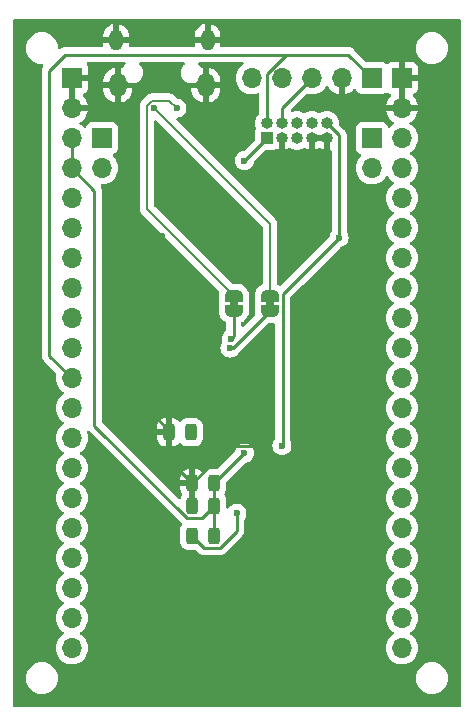
<source format=gbr>
G04 #@! TF.GenerationSoftware,KiCad,Pcbnew,7.0.1*
G04 #@! TF.CreationDate,2023-03-26T18:23:23+02:00*
G04 #@! TF.ProjectId,stm32{C_G}xxxCx_board,73746d33-327b-4432-9c47-7d7878784378,rev?*
G04 #@! TF.SameCoordinates,Original*
G04 #@! TF.FileFunction,Copper,L2,Bot*
G04 #@! TF.FilePolarity,Positive*
%FSLAX46Y46*%
G04 Gerber Fmt 4.6, Leading zero omitted, Abs format (unit mm)*
G04 Created by KiCad (PCBNEW 7.0.1) date 2023-03-26 18:23:23*
%MOMM*%
%LPD*%
G01*
G04 APERTURE LIST*
G04 Aperture macros list*
%AMRoundRect*
0 Rectangle with rounded corners*
0 $1 Rounding radius*
0 $2 $3 $4 $5 $6 $7 $8 $9 X,Y pos of 4 corners*
0 Add a 4 corners polygon primitive as box body*
4,1,4,$2,$3,$4,$5,$6,$7,$8,$9,$2,$3,0*
0 Add four circle primitives for the rounded corners*
1,1,$1+$1,$2,$3*
1,1,$1+$1,$4,$5*
1,1,$1+$1,$6,$7*
1,1,$1+$1,$8,$9*
0 Add four rect primitives between the rounded corners*
20,1,$1+$1,$2,$3,$4,$5,0*
20,1,$1+$1,$4,$5,$6,$7,0*
20,1,$1+$1,$6,$7,$8,$9,0*
20,1,$1+$1,$8,$9,$2,$3,0*%
%AMFreePoly0*
4,1,23,0.500000,0.300000,0.900000,0.300000,0.900000,-0.300000,0.500000,-0.300000,0.500000,-0.750000,0.000000,-0.750000,0.000000,-0.744911,-0.071157,-0.744911,-0.207708,-0.704816,-0.327430,-0.627875,-0.420627,-0.520320,-0.479746,-0.390866,-0.500000,-0.250000,-0.500000,0.250000,-0.479746,0.390866,-0.420627,0.520320,-0.327430,0.627875,-0.207708,0.704816,-0.071157,0.744911,0.000000,0.744911,
0.000000,0.750000,0.500000,0.750000,0.500000,0.300000,0.500000,0.300000,$1*%
%AMFreePoly1*
4,1,19,0.000000,0.744911,0.071157,0.744911,0.207708,0.704816,0.327430,0.627875,0.420627,0.520320,0.479746,0.390866,0.500000,0.250000,0.500000,-0.250000,0.479746,-0.390866,0.420627,-0.520320,0.327430,-0.627875,0.207708,-0.704816,0.071157,-0.744911,0.000000,-0.744911,0.000000,-0.750000,-0.500000,-0.750000,-0.500000,0.750000,0.000000,0.750000,0.000000,0.744911,0.000000,0.744911,
$1*%
G04 Aperture macros list end*
G04 #@! TA.AperFunction,ComponentPad*
%ADD10R,1.700000X1.700000*%
G04 #@! TD*
G04 #@! TA.AperFunction,ComponentPad*
%ADD11O,1.700000X1.700000*%
G04 #@! TD*
G04 #@! TA.AperFunction,ComponentPad*
%ADD12R,1.000000X1.000000*%
G04 #@! TD*
G04 #@! TA.AperFunction,ComponentPad*
%ADD13O,1.000000X1.000000*%
G04 #@! TD*
G04 #@! TA.AperFunction,ComponentPad*
%ADD14O,1.150000X1.800000*%
G04 #@! TD*
G04 #@! TA.AperFunction,ComponentPad*
%ADD15O,1.450000X2.000000*%
G04 #@! TD*
G04 #@! TA.AperFunction,SMDPad,CuDef*
%ADD16FreePoly0,270.000000*%
G04 #@! TD*
G04 #@! TA.AperFunction,SMDPad,CuDef*
%ADD17FreePoly1,270.000000*%
G04 #@! TD*
G04 #@! TA.AperFunction,SMDPad,CuDef*
%ADD18RoundRect,0.243750X-0.243750X-0.456250X0.243750X-0.456250X0.243750X0.456250X-0.243750X0.456250X0*%
G04 #@! TD*
G04 #@! TA.AperFunction,SMDPad,CuDef*
%ADD19RoundRect,0.243750X0.243750X0.456250X-0.243750X0.456250X-0.243750X-0.456250X0.243750X-0.456250X0*%
G04 #@! TD*
G04 #@! TA.AperFunction,ViaPad*
%ADD20C,0.600000*%
G04 #@! TD*
G04 #@! TA.AperFunction,Conductor*
%ADD21C,0.250000*%
G04 #@! TD*
G04 #@! TA.AperFunction,Conductor*
%ADD22C,0.200000*%
G04 #@! TD*
G04 APERTURE END LIST*
D10*
X137160000Y-55880000D03*
D11*
X137160000Y-58420000D03*
X137160000Y-60960000D03*
X137160000Y-63500000D03*
X137160000Y-66040000D03*
X137160000Y-68580000D03*
X137160000Y-71120000D03*
X137160000Y-73660000D03*
X137160000Y-76200000D03*
X137160000Y-78740000D03*
X137160000Y-81280000D03*
X137160000Y-83820000D03*
X137160000Y-86360000D03*
X137160000Y-88900000D03*
X137160000Y-91440000D03*
X137160000Y-93980000D03*
X137160000Y-96520000D03*
X137160000Y-99060000D03*
X137160000Y-101600000D03*
X137160000Y-104140000D03*
D10*
X165100000Y-55880000D03*
D11*
X165100000Y-58420000D03*
X165100000Y-60960000D03*
X165100000Y-63500000D03*
X165100000Y-66040000D03*
X165100000Y-68580000D03*
X165100000Y-71120000D03*
X165100000Y-73660000D03*
X165100000Y-76200000D03*
X165100000Y-78740000D03*
X165100000Y-81280000D03*
X165100000Y-83820000D03*
X165100000Y-86360000D03*
X165100000Y-88900000D03*
X165100000Y-91440000D03*
X165100000Y-93980000D03*
X165100000Y-96520000D03*
X165100000Y-99060000D03*
X165100000Y-101600000D03*
X165100000Y-104140000D03*
D10*
X162560000Y-55880000D03*
D11*
X160020000Y-55880000D03*
X157480000Y-55880000D03*
X154940000Y-55880000D03*
X152400000Y-55880000D03*
D10*
X162560000Y-60960000D03*
D11*
X162560000Y-63500000D03*
D10*
X139700000Y-60960000D03*
D11*
X139700000Y-63500000D03*
D12*
X153670000Y-60960000D03*
D13*
X153670000Y-59690000D03*
X154940000Y-60960000D03*
X154940000Y-59690000D03*
X156210000Y-60960000D03*
X156210000Y-59690000D03*
X157480000Y-60960000D03*
X157480000Y-59690000D03*
X158750000Y-60960000D03*
X158750000Y-59690000D03*
D14*
X148655000Y-52660000D03*
D15*
X148505000Y-56460000D03*
X141055000Y-56460000D03*
D14*
X140905000Y-52660000D03*
D16*
X153924000Y-74295000D03*
D17*
X153924000Y-75595000D03*
D16*
X150876000Y-74295000D03*
D17*
X150876000Y-75595000D03*
D18*
X145366500Y-85852000D03*
X147241500Y-85852000D03*
D19*
X149225000Y-92075000D03*
X147350000Y-92075000D03*
X149225000Y-90170000D03*
X147350000Y-90170000D03*
D18*
X147320000Y-94615000D03*
X149195000Y-94615000D03*
D20*
X159785000Y-69390000D03*
X154940000Y-86995000D03*
X151765000Y-87630000D03*
X151765000Y-62865000D03*
X150650896Y-77946020D03*
X150557081Y-78740000D03*
X144145000Y-84455000D03*
X132715000Y-51435000D03*
X142875000Y-73660000D03*
X169545000Y-108585000D03*
X153670000Y-87630000D03*
X169545000Y-51435000D03*
X158750000Y-62865000D03*
X144780000Y-69215000D03*
X144780000Y-66040000D03*
X132715000Y-108585000D03*
X144145000Y-58420000D03*
X146050000Y-58420000D03*
X151130000Y-92710000D03*
D21*
X159785000Y-60725000D02*
X159785000Y-69390000D01*
X154999000Y-86936000D02*
X154999000Y-74176000D01*
X158750000Y-59690000D02*
X159785000Y-60725000D01*
X154999000Y-74176000D02*
X159785000Y-69390000D01*
X154940000Y-86995000D02*
X154999000Y-86936000D01*
X149225000Y-92075000D02*
X148200000Y-93100000D01*
X137160000Y-63500000D02*
X137160000Y-60960000D01*
X149225000Y-94585000D02*
X149195000Y-94615000D01*
X139065000Y-65405000D02*
X139065000Y-85090000D01*
X139065000Y-85294334D02*
X139065000Y-85090000D01*
X153670000Y-60960000D02*
X151765000Y-62865000D01*
X149225000Y-92075000D02*
X149225000Y-90170000D01*
X148200000Y-93100000D02*
X146870666Y-93100000D01*
X151765000Y-87630000D02*
X149225000Y-90170000D01*
X146870666Y-93100000D02*
X139065000Y-85294334D01*
X137160000Y-63500000D02*
X139065000Y-65405000D01*
X149225000Y-92075000D02*
X149225000Y-94585000D01*
X150876000Y-77720916D02*
X150650896Y-77946020D01*
X150876000Y-75595000D02*
X150876000Y-77720916D01*
X153924000Y-75595000D02*
X150779000Y-78740000D01*
X150779000Y-78740000D02*
X150557081Y-78740000D01*
X135255000Y-79375000D02*
X137160000Y-81280000D01*
X162560000Y-55880000D02*
X160565000Y-53885000D01*
X160565000Y-53885000D02*
X155575000Y-53885000D01*
X153670000Y-55488299D02*
X155273299Y-53885000D01*
X153670000Y-59690000D02*
X153670000Y-55488299D01*
X135255000Y-55245000D02*
X135255000Y-79375000D01*
X155273299Y-53885000D02*
X155575000Y-53885000D01*
X136615000Y-53885000D02*
X135255000Y-55245000D01*
X155575000Y-53885000D02*
X136615000Y-53885000D01*
X147350000Y-90170000D02*
X145366500Y-88186500D01*
X150515000Y-87005000D02*
X153045000Y-87005000D01*
X153045000Y-87005000D02*
X153670000Y-87630000D01*
X147350000Y-90170000D02*
X150515000Y-87005000D01*
X145366500Y-85676500D02*
X144145000Y-84455000D01*
X145366500Y-85852000D02*
X145366500Y-85676500D01*
X147350000Y-92075000D02*
X147350000Y-90170000D01*
X145366500Y-88186500D02*
X145366500Y-85852000D01*
D22*
X144145000Y-58420000D02*
X153924000Y-68199000D01*
X153924000Y-68199000D02*
X153924000Y-74295000D01*
X145415000Y-57785000D02*
X146050000Y-58420000D01*
X143510000Y-58206471D02*
X143931471Y-57785000D01*
X143931471Y-57785000D02*
X145415000Y-57785000D01*
X143510000Y-66929000D02*
X143510000Y-58206471D01*
X150876000Y-74295000D02*
X143510000Y-66929000D01*
D21*
X154940000Y-59690000D02*
X154940000Y-58420000D01*
X154940000Y-58420000D02*
X157480000Y-55880000D01*
X149674334Y-95640000D02*
X151130000Y-94184334D01*
X147320000Y-94615000D02*
X148345000Y-95640000D01*
X148345000Y-95640000D02*
X149674334Y-95640000D01*
X151130000Y-94184334D02*
X151130000Y-92710000D01*
G04 #@! TA.AperFunction,Conductor*
G36*
X144283436Y-59438406D02*
G01*
X144333595Y-59469144D01*
X153278595Y-68414144D01*
X153305909Y-68455021D01*
X153315500Y-68503239D01*
X153315500Y-73263307D01*
X153295498Y-73331427D01*
X153241843Y-73377920D01*
X153187490Y-73402742D01*
X153064482Y-73481795D01*
X152955820Y-73575949D01*
X152903989Y-73627779D01*
X152860058Y-73686464D01*
X152782331Y-73807410D01*
X152721586Y-73940425D01*
X152697640Y-74021979D01*
X152681080Y-74078378D01*
X152671763Y-74143187D01*
X152660271Y-74223114D01*
X152660271Y-74795001D01*
X152677853Y-74928554D01*
X152677853Y-74961446D01*
X152660271Y-75094999D01*
X152660271Y-75666886D01*
X152681080Y-75811621D01*
X152689615Y-75840689D01*
X152690804Y-75907347D01*
X152657813Y-75965281D01*
X151724593Y-76898501D01*
X151674436Y-76929238D01*
X151615789Y-76933854D01*
X151561439Y-76911341D01*
X151523233Y-76866608D01*
X151509500Y-76809405D01*
X151509500Y-76615275D01*
X151518526Y-76568445D01*
X151544310Y-76528324D01*
X151583159Y-76500661D01*
X151612510Y-76487257D01*
X151612512Y-76487256D01*
X151735518Y-76408205D01*
X151844179Y-76314051D01*
X151896011Y-76262220D01*
X151939938Y-76203540D01*
X152017670Y-76082586D01*
X152078413Y-75949577D01*
X152118920Y-75811622D01*
X152139729Y-75666889D01*
X152139729Y-75095000D01*
X152122224Y-74962037D01*
X152122221Y-74962031D01*
X152122145Y-74961448D01*
X152122145Y-74928552D01*
X152122221Y-74927968D01*
X152122224Y-74927963D01*
X152139729Y-74795000D01*
X152139729Y-74223111D01*
X152118920Y-74078378D01*
X152078413Y-73940423D01*
X152017670Y-73807414D01*
X152017669Y-73807413D01*
X152017668Y-73807410D01*
X151939941Y-73686464D01*
X151896010Y-73627779D01*
X151844179Y-73575949D01*
X151735518Y-73481795D01*
X151650332Y-73427049D01*
X151612514Y-73402745D01*
X151612512Y-73402744D01*
X151481727Y-73343016D01*
X151481724Y-73343015D01*
X151481720Y-73343013D01*
X151413046Y-73317399D01*
X151341425Y-73301819D01*
X151199118Y-73281358D01*
X151125999Y-73276128D01*
X151058592Y-73280950D01*
X151049603Y-73281271D01*
X150775010Y-73281271D01*
X150726792Y-73271680D01*
X150685915Y-73244366D01*
X144155405Y-66713856D01*
X144128091Y-66672979D01*
X144118500Y-66624761D01*
X144118500Y-59558239D01*
X144132233Y-59501036D01*
X144170439Y-59456303D01*
X144224789Y-59433790D01*
X144283436Y-59438406D01*
G37*
G04 #@! TD.AperFunction*
G04 #@! TA.AperFunction,Conductor*
G36*
X170041500Y-50892381D02*
G01*
X170087619Y-50938500D01*
X170104500Y-51001500D01*
X170104500Y-109018500D01*
X170087619Y-109081500D01*
X170041500Y-109127619D01*
X169978500Y-109144500D01*
X132281500Y-109144500D01*
X132218500Y-109127619D01*
X132172381Y-109081500D01*
X132155500Y-109018500D01*
X132155500Y-106679999D01*
X133264341Y-106679999D01*
X133284937Y-106915409D01*
X133346096Y-107143662D01*
X133445965Y-107357829D01*
X133581507Y-107551404D01*
X133748595Y-107718492D01*
X133748598Y-107718494D01*
X133748599Y-107718495D01*
X133942171Y-107854035D01*
X134156337Y-107953903D01*
X134384592Y-108015063D01*
X134561034Y-108030500D01*
X134678960Y-108030500D01*
X134678966Y-108030500D01*
X134855408Y-108015063D01*
X135083663Y-107953903D01*
X135297829Y-107854035D01*
X135491401Y-107718495D01*
X135658495Y-107551401D01*
X135794035Y-107357830D01*
X135893903Y-107143663D01*
X135955063Y-106915408D01*
X135975659Y-106680000D01*
X135975659Y-106679999D01*
X166284341Y-106679999D01*
X166304937Y-106915409D01*
X166366096Y-107143662D01*
X166465965Y-107357829D01*
X166601507Y-107551404D01*
X166768595Y-107718492D01*
X166768598Y-107718494D01*
X166768599Y-107718495D01*
X166962171Y-107854035D01*
X167176337Y-107953903D01*
X167404592Y-108015063D01*
X167581034Y-108030500D01*
X167698960Y-108030500D01*
X167698966Y-108030500D01*
X167875408Y-108015063D01*
X168103663Y-107953903D01*
X168317829Y-107854035D01*
X168511401Y-107718495D01*
X168678495Y-107551401D01*
X168814035Y-107357830D01*
X168913903Y-107143663D01*
X168975063Y-106915408D01*
X168995659Y-106680000D01*
X168975063Y-106444592D01*
X168913903Y-106216337D01*
X168814035Y-106002171D01*
X168678495Y-105808599D01*
X168678494Y-105808598D01*
X168678492Y-105808595D01*
X168511404Y-105641507D01*
X168317829Y-105505965D01*
X168103662Y-105406096D01*
X167875409Y-105344937D01*
X167850202Y-105342731D01*
X167698966Y-105329500D01*
X167581034Y-105329500D01*
X167448702Y-105341077D01*
X167404590Y-105344937D01*
X167176337Y-105406096D01*
X166962170Y-105505965D01*
X166768595Y-105641507D01*
X166601507Y-105808595D01*
X166465965Y-106002169D01*
X166366096Y-106216336D01*
X166304937Y-106444590D01*
X166284341Y-106679999D01*
X135975659Y-106679999D01*
X135955063Y-106444592D01*
X135893903Y-106216337D01*
X135794035Y-106002171D01*
X135658495Y-105808599D01*
X135658494Y-105808598D01*
X135658492Y-105808595D01*
X135491404Y-105641507D01*
X135297829Y-105505965D01*
X135083662Y-105406096D01*
X134855409Y-105344937D01*
X134830202Y-105342731D01*
X134678966Y-105329500D01*
X134561034Y-105329500D01*
X134428702Y-105341077D01*
X134384590Y-105344937D01*
X134156337Y-105406096D01*
X133942170Y-105505965D01*
X133748595Y-105641507D01*
X133581507Y-105808595D01*
X133445965Y-106002169D01*
X133346096Y-106216336D01*
X133284937Y-106444590D01*
X133264341Y-106679999D01*
X132155500Y-106679999D01*
X132155500Y-53339999D01*
X133264341Y-53339999D01*
X133284937Y-53575409D01*
X133346096Y-53803662D01*
X133445965Y-54017829D01*
X133581507Y-54211404D01*
X133748595Y-54378492D01*
X133748598Y-54378494D01*
X133748599Y-54378495D01*
X133942171Y-54514035D01*
X134156337Y-54613903D01*
X134384592Y-54675063D01*
X134561034Y-54690500D01*
X134561040Y-54690500D01*
X134623863Y-54690500D01*
X134686292Y-54707053D01*
X134732318Y-54752363D01*
X134749848Y-54814525D01*
X134734275Y-54877206D01*
X134728651Y-54887435D01*
X134717801Y-54903952D01*
X134705385Y-54919959D01*
X134687824Y-54960539D01*
X134682604Y-54971195D01*
X134661304Y-55009940D01*
X134656267Y-55029559D01*
X134649864Y-55048261D01*
X134641818Y-55066855D01*
X134634901Y-55110524D01*
X134632495Y-55122144D01*
X134621500Y-55164970D01*
X134621500Y-55185224D01*
X134619949Y-55204934D01*
X134616779Y-55224942D01*
X134620941Y-55268961D01*
X134621500Y-55280819D01*
X134621500Y-79291147D01*
X134619204Y-79311935D01*
X134621438Y-79382986D01*
X134621500Y-79386945D01*
X134621500Y-79414857D01*
X134622007Y-79418873D01*
X134622937Y-79430696D01*
X134624326Y-79474892D01*
X134629977Y-79494341D01*
X134633986Y-79513696D01*
X134636525Y-79533794D01*
X134636525Y-79533796D01*
X134636526Y-79533797D01*
X134647932Y-79562607D01*
X134652801Y-79574903D01*
X134656644Y-79586130D01*
X134668980Y-79628590D01*
X134679294Y-79646030D01*
X134687987Y-79663774D01*
X134695448Y-79682617D01*
X134695449Y-79682619D01*
X134721431Y-79718380D01*
X134727948Y-79728301D01*
X134750458Y-79766363D01*
X134764778Y-79780683D01*
X134777618Y-79795716D01*
X134789526Y-79812105D01*
X134823598Y-79840292D01*
X134832378Y-79848282D01*
X135810132Y-80826036D01*
X135842516Y-80881681D01*
X135843182Y-80946060D01*
X135815436Y-81055629D01*
X135815436Y-81055632D01*
X135796844Y-81280000D01*
X135815436Y-81504368D01*
X135815436Y-81504371D01*
X135815437Y-81504372D01*
X135870702Y-81722611D01*
X135961139Y-81928790D01*
X136084278Y-82117268D01*
X136236762Y-82282908D01*
X136338611Y-82362181D01*
X136414424Y-82421189D01*
X136447682Y-82439187D01*
X136495951Y-82485500D01*
X136513711Y-82549997D01*
X136495953Y-82614494D01*
X136447683Y-82660811D01*
X136414423Y-82678810D01*
X136236762Y-82817091D01*
X136084278Y-82982731D01*
X135961139Y-83171209D01*
X135870702Y-83377388D01*
X135815437Y-83595627D01*
X135815436Y-83595632D01*
X135796844Y-83820000D01*
X135815436Y-84044368D01*
X135815436Y-84044371D01*
X135815437Y-84044372D01*
X135870702Y-84262611D01*
X135961139Y-84468790D01*
X136084278Y-84657268D01*
X136236762Y-84822908D01*
X136414418Y-84961185D01*
X136414420Y-84961186D01*
X136414424Y-84961189D01*
X136447682Y-84979187D01*
X136495952Y-85025503D01*
X136513711Y-85090000D01*
X136495952Y-85154497D01*
X136447682Y-85200812D01*
X136429817Y-85210481D01*
X136414418Y-85218814D01*
X136236762Y-85357091D01*
X136084278Y-85522731D01*
X135961139Y-85711209D01*
X135870702Y-85917388D01*
X135815437Y-86135627D01*
X135815436Y-86135632D01*
X135796844Y-86360000D01*
X135815436Y-86584368D01*
X135815436Y-86584371D01*
X135815437Y-86584372D01*
X135870702Y-86802611D01*
X135961139Y-87008790D01*
X136084278Y-87197268D01*
X136236762Y-87362908D01*
X136414418Y-87501185D01*
X136414420Y-87501186D01*
X136414424Y-87501189D01*
X136447682Y-87519187D01*
X136495952Y-87565503D01*
X136513711Y-87630000D01*
X136495952Y-87694497D01*
X136447682Y-87740812D01*
X136422794Y-87754281D01*
X136414418Y-87758814D01*
X136236762Y-87897091D01*
X136084278Y-88062731D01*
X135961139Y-88251209D01*
X135870702Y-88457388D01*
X135815437Y-88675627D01*
X135815436Y-88675632D01*
X135796844Y-88900000D01*
X135815436Y-89124368D01*
X135815436Y-89124371D01*
X135815437Y-89124372D01*
X135870702Y-89342611D01*
X135961139Y-89548790D01*
X136084278Y-89737268D01*
X136236762Y-89902908D01*
X136253583Y-89916000D01*
X136414424Y-90041189D01*
X136447682Y-90059187D01*
X136495951Y-90105500D01*
X136513711Y-90169997D01*
X136495953Y-90234494D01*
X136447683Y-90280811D01*
X136414423Y-90298810D01*
X136236762Y-90437091D01*
X136084278Y-90602731D01*
X135961139Y-90791209D01*
X135870702Y-90997388D01*
X135815437Y-91215627D01*
X135815436Y-91215632D01*
X135796844Y-91440000D01*
X135815436Y-91664368D01*
X135815436Y-91664371D01*
X135815437Y-91664372D01*
X135870702Y-91882611D01*
X135961139Y-92088790D01*
X136084278Y-92277268D01*
X136236762Y-92442908D01*
X136267073Y-92466500D01*
X136414424Y-92581189D01*
X136447682Y-92599187D01*
X136495951Y-92645500D01*
X136513711Y-92709997D01*
X136495953Y-92774494D01*
X136447683Y-92820811D01*
X136414423Y-92838810D01*
X136236762Y-92977091D01*
X136084278Y-93142731D01*
X135961139Y-93331209D01*
X135870702Y-93537388D01*
X135820848Y-93734260D01*
X135815436Y-93755632D01*
X135796844Y-93980000D01*
X135815436Y-94204368D01*
X135815436Y-94204371D01*
X135815437Y-94204372D01*
X135870702Y-94422611D01*
X135961139Y-94628790D01*
X136084278Y-94817268D01*
X136236762Y-94982908D01*
X136414418Y-95121185D01*
X136414420Y-95121186D01*
X136414424Y-95121189D01*
X136447682Y-95139187D01*
X136495952Y-95185503D01*
X136513711Y-95250000D01*
X136495952Y-95314497D01*
X136447682Y-95360812D01*
X136422794Y-95374281D01*
X136414418Y-95378814D01*
X136236762Y-95517091D01*
X136084278Y-95682731D01*
X135961139Y-95871209D01*
X135870702Y-96077388D01*
X135820483Y-96275702D01*
X135815436Y-96295632D01*
X135796844Y-96520000D01*
X135815436Y-96744368D01*
X135815436Y-96744371D01*
X135815437Y-96744372D01*
X135870702Y-96962611D01*
X135961139Y-97168790D01*
X136084278Y-97357268D01*
X136236762Y-97522908D01*
X136414418Y-97661185D01*
X136414420Y-97661186D01*
X136414424Y-97661189D01*
X136447682Y-97679187D01*
X136495952Y-97725503D01*
X136513711Y-97790000D01*
X136495952Y-97854497D01*
X136447682Y-97900812D01*
X136422794Y-97914281D01*
X136414418Y-97918814D01*
X136236762Y-98057091D01*
X136084278Y-98222731D01*
X135961139Y-98411209D01*
X135870702Y-98617388D01*
X135815437Y-98835627D01*
X135815436Y-98835632D01*
X135796844Y-99060000D01*
X135815436Y-99284368D01*
X135815436Y-99284371D01*
X135815437Y-99284372D01*
X135870702Y-99502611D01*
X135961139Y-99708790D01*
X136084278Y-99897268D01*
X136236762Y-100062908D01*
X136414418Y-100201185D01*
X136414420Y-100201186D01*
X136414424Y-100201189D01*
X136447682Y-100219187D01*
X136495952Y-100265503D01*
X136513711Y-100330000D01*
X136495952Y-100394497D01*
X136447682Y-100440812D01*
X136422794Y-100454281D01*
X136414418Y-100458814D01*
X136236762Y-100597091D01*
X136084278Y-100762731D01*
X135961139Y-100951209D01*
X135870702Y-101157388D01*
X135815437Y-101375627D01*
X135815436Y-101375632D01*
X135796844Y-101600000D01*
X135815436Y-101824368D01*
X135815436Y-101824371D01*
X135815437Y-101824372D01*
X135870702Y-102042611D01*
X135961139Y-102248790D01*
X136084278Y-102437268D01*
X136236762Y-102602908D01*
X136414418Y-102741185D01*
X136414420Y-102741186D01*
X136414424Y-102741189D01*
X136447682Y-102759187D01*
X136495952Y-102805503D01*
X136513711Y-102870000D01*
X136495952Y-102934497D01*
X136447682Y-102980812D01*
X136422794Y-102994281D01*
X136414418Y-102998814D01*
X136236762Y-103137091D01*
X136084278Y-103302731D01*
X135961139Y-103491209D01*
X135870702Y-103697388D01*
X135815437Y-103915627D01*
X135815436Y-103915632D01*
X135796844Y-104140000D01*
X135815436Y-104364368D01*
X135815436Y-104364371D01*
X135815437Y-104364372D01*
X135870702Y-104582611D01*
X135961139Y-104788790D01*
X136084278Y-104977268D01*
X136236762Y-105142908D01*
X136414421Y-105281187D01*
X136414424Y-105281189D01*
X136612426Y-105388342D01*
X136825365Y-105461444D01*
X137047431Y-105498500D01*
X137272566Y-105498500D01*
X137272569Y-105498500D01*
X137494635Y-105461444D01*
X137707574Y-105388342D01*
X137905576Y-105281189D01*
X138083240Y-105142906D01*
X138235722Y-104977268D01*
X138358860Y-104788791D01*
X138449296Y-104582616D01*
X138504564Y-104364368D01*
X138523156Y-104140000D01*
X138504564Y-103915632D01*
X138449296Y-103697384D01*
X138358860Y-103491209D01*
X138235722Y-103302732D01*
X138083240Y-103137094D01*
X138083239Y-103137093D01*
X138083237Y-103137091D01*
X137905579Y-102998813D01*
X137905577Y-102998812D01*
X137905576Y-102998811D01*
X137872317Y-102980812D01*
X137824047Y-102934498D01*
X137806288Y-102870000D01*
X137824047Y-102805502D01*
X137872317Y-102759187D01*
X137905576Y-102741189D01*
X138083240Y-102602906D01*
X138235722Y-102437268D01*
X138358860Y-102248791D01*
X138449296Y-102042616D01*
X138504564Y-101824368D01*
X138523156Y-101600000D01*
X138504564Y-101375632D01*
X138449296Y-101157384D01*
X138358860Y-100951209D01*
X138235722Y-100762732D01*
X138083240Y-100597094D01*
X138083239Y-100597093D01*
X138083237Y-100597091D01*
X137905579Y-100458813D01*
X137905577Y-100458812D01*
X137905576Y-100458811D01*
X137872317Y-100440812D01*
X137824047Y-100394498D01*
X137806288Y-100330000D01*
X137824047Y-100265502D01*
X137872317Y-100219187D01*
X137905576Y-100201189D01*
X138083240Y-100062906D01*
X138235722Y-99897268D01*
X138358860Y-99708791D01*
X138449296Y-99502616D01*
X138504564Y-99284368D01*
X138523156Y-99060000D01*
X138504564Y-98835632D01*
X138449296Y-98617384D01*
X138358860Y-98411209D01*
X138235722Y-98222732D01*
X138083240Y-98057094D01*
X138083239Y-98057093D01*
X138083237Y-98057091D01*
X137905579Y-97918813D01*
X137905577Y-97918812D01*
X137905576Y-97918811D01*
X137872317Y-97900812D01*
X137824047Y-97854498D01*
X137806288Y-97790000D01*
X137824047Y-97725502D01*
X137872317Y-97679187D01*
X137905576Y-97661189D01*
X138083240Y-97522906D01*
X138235722Y-97357268D01*
X138358860Y-97168791D01*
X138449296Y-96962616D01*
X138504564Y-96744368D01*
X138523156Y-96520000D01*
X138504564Y-96295632D01*
X138449296Y-96077384D01*
X138358860Y-95871209D01*
X138235722Y-95682732D01*
X138083240Y-95517094D01*
X138083239Y-95517093D01*
X138083237Y-95517091D01*
X137905579Y-95378813D01*
X137905577Y-95378812D01*
X137905576Y-95378811D01*
X137872317Y-95360812D01*
X137824047Y-95314498D01*
X137806288Y-95250000D01*
X137824047Y-95185502D01*
X137872317Y-95139187D01*
X137905576Y-95121189D01*
X138083240Y-94982906D01*
X138235722Y-94817268D01*
X138358860Y-94628791D01*
X138449296Y-94422616D01*
X138504564Y-94204368D01*
X138523156Y-93980000D01*
X138504564Y-93755632D01*
X138449296Y-93537384D01*
X138358860Y-93331209D01*
X138235722Y-93142732D01*
X138083240Y-92977094D01*
X138083239Y-92977093D01*
X138083237Y-92977091D01*
X137905578Y-92838812D01*
X137872317Y-92820812D01*
X137824046Y-92774495D01*
X137806288Y-92709997D01*
X137824049Y-92645499D01*
X137872317Y-92599187D01*
X137905576Y-92581189D01*
X138083240Y-92442906D01*
X138235722Y-92277268D01*
X138358860Y-92088791D01*
X138449296Y-91882616D01*
X138504564Y-91664368D01*
X138523156Y-91440000D01*
X138504564Y-91215632D01*
X138449296Y-90997384D01*
X138358860Y-90791209D01*
X138235722Y-90602732D01*
X138083240Y-90437094D01*
X138083239Y-90437093D01*
X138083237Y-90437091D01*
X137905578Y-90298812D01*
X137872317Y-90280812D01*
X137824046Y-90234495D01*
X137806288Y-90169997D01*
X137824049Y-90105499D01*
X137872317Y-90059187D01*
X137905576Y-90041189D01*
X138083240Y-89902906D01*
X138235722Y-89737268D01*
X138358860Y-89548791D01*
X138449296Y-89342616D01*
X138504564Y-89124368D01*
X138523156Y-88900000D01*
X138504564Y-88675632D01*
X138449296Y-88457384D01*
X138358860Y-88251209D01*
X138235722Y-88062732D01*
X138083240Y-87897094D01*
X138083239Y-87897093D01*
X138083237Y-87897091D01*
X137905579Y-87758813D01*
X137905577Y-87758812D01*
X137905576Y-87758811D01*
X137872317Y-87740812D01*
X137824047Y-87694498D01*
X137806288Y-87630000D01*
X137824047Y-87565502D01*
X137872317Y-87519187D01*
X137905576Y-87501189D01*
X138083240Y-87362906D01*
X138235722Y-87197268D01*
X138358860Y-87008791D01*
X138449296Y-86802616D01*
X138504564Y-86584368D01*
X138523156Y-86360000D01*
X138504564Y-86135632D01*
X138449296Y-85917384D01*
X138449295Y-85917383D01*
X138446733Y-85907263D01*
X138448562Y-85906799D01*
X138440972Y-85851510D01*
X138468910Y-85788523D01*
X138525803Y-85749651D01*
X138594637Y-85746519D01*
X138654825Y-85780063D01*
X146363420Y-93488659D01*
X146376499Y-93504983D01*
X146428315Y-93553641D01*
X146431128Y-93556367D01*
X146439417Y-93564656D01*
X146442844Y-93568083D01*
X146472560Y-93615233D01*
X146479029Y-93670589D01*
X146460986Y-93723321D01*
X146389838Y-93838671D01*
X146334526Y-94005592D01*
X146324000Y-94108629D01*
X146324000Y-95121370D01*
X146330552Y-95185502D01*
X146334526Y-95224404D01*
X146389839Y-95391329D01*
X146467410Y-95517091D01*
X146482158Y-95541001D01*
X146606498Y-95665341D01*
X146606500Y-95665342D01*
X146606502Y-95665344D01*
X146756171Y-95757661D01*
X146756173Y-95757662D01*
X146923092Y-95812973D01*
X146923093Y-95812973D01*
X146923096Y-95812974D01*
X147026125Y-95823500D01*
X147580405Y-95823499D01*
X147628623Y-95833090D01*
X147669500Y-95860404D01*
X147837752Y-96028656D01*
X147850831Y-96044981D01*
X147852999Y-96047017D01*
X147853000Y-96047018D01*
X147885337Y-96077384D01*
X147902650Y-96093642D01*
X147905461Y-96096366D01*
X147925230Y-96116135D01*
X147928443Y-96118627D01*
X147937433Y-96126306D01*
X147969679Y-96156586D01*
X147987426Y-96166342D01*
X148003950Y-96177196D01*
X148019959Y-96189614D01*
X148060542Y-96207175D01*
X148071193Y-96212393D01*
X148109940Y-96233695D01*
X148129560Y-96238732D01*
X148148267Y-96245137D01*
X148154880Y-96247998D01*
X148166854Y-96253181D01*
X148177505Y-96254867D01*
X148210530Y-96260098D01*
X148222125Y-96262498D01*
X148264970Y-96273500D01*
X148285224Y-96273500D01*
X148304934Y-96275051D01*
X148324942Y-96278220D01*
X148324942Y-96278219D01*
X148324943Y-96278220D01*
X148368961Y-96274058D01*
X148380819Y-96273500D01*
X149590481Y-96273500D01*
X149611269Y-96275795D01*
X149614241Y-96275701D01*
X149614243Y-96275702D01*
X149682319Y-96273562D01*
X149686279Y-96273500D01*
X149714186Y-96273500D01*
X149714190Y-96273500D01*
X149718199Y-96272993D01*
X149730033Y-96272061D01*
X149774223Y-96270673D01*
X149793672Y-96265021D01*
X149813032Y-96261012D01*
X149833131Y-96258474D01*
X149874249Y-96242193D01*
X149885451Y-96238357D01*
X149927927Y-96226018D01*
X149945373Y-96215699D01*
X149963114Y-96207009D01*
X149981951Y-96199552D01*
X150017726Y-96173558D01*
X150027637Y-96167048D01*
X150065696Y-96144542D01*
X150080025Y-96130212D01*
X150095053Y-96117377D01*
X150111441Y-96105472D01*
X150139637Y-96071386D01*
X150147606Y-96062630D01*
X151518658Y-94691578D01*
X151534979Y-94678504D01*
X151537014Y-94676336D01*
X151537018Y-94676334D01*
X151583676Y-94626646D01*
X151586367Y-94623869D01*
X151606135Y-94604103D01*
X151608611Y-94600910D01*
X151616316Y-94591887D01*
X151646586Y-94559655D01*
X151656345Y-94541901D01*
X151667198Y-94525379D01*
X151679614Y-94509374D01*
X151697174Y-94468793D01*
X151702388Y-94458149D01*
X151723695Y-94419394D01*
X151728732Y-94399773D01*
X151735138Y-94381064D01*
X151743181Y-94362478D01*
X151750096Y-94318815D01*
X151752504Y-94307187D01*
X151763500Y-94264363D01*
X151763500Y-94244110D01*
X151765051Y-94224400D01*
X151768220Y-94204391D01*
X151764059Y-94160373D01*
X151763500Y-94148515D01*
X151763500Y-93257736D01*
X151782813Y-93190700D01*
X151823879Y-93125344D01*
X151863043Y-93063015D01*
X151923217Y-92891047D01*
X151943616Y-92710000D01*
X151923217Y-92528953D01*
X151863043Y-92356985D01*
X151766111Y-92202719D01*
X151766110Y-92202717D01*
X151637282Y-92073889D01*
X151483014Y-91976956D01*
X151311049Y-91916783D01*
X151130000Y-91896384D01*
X150948950Y-91916783D01*
X150776985Y-91976956D01*
X150622717Y-92073889D01*
X150493891Y-92202715D01*
X150453686Y-92266701D01*
X150406706Y-92310619D01*
X150344171Y-92325632D01*
X150282373Y-92307828D01*
X150237412Y-92261846D01*
X150220999Y-92199666D01*
X150220999Y-91568626D01*
X150210474Y-91465596D01*
X150155161Y-91298671D01*
X150087294Y-91188642D01*
X150068537Y-91122500D01*
X150087294Y-91056357D01*
X150155161Y-90946329D01*
X150210474Y-90779404D01*
X150221000Y-90676375D01*
X150220999Y-90122092D01*
X150230590Y-90073875D01*
X150257901Y-90033001D01*
X151826562Y-88464340D01*
X151860985Y-88439916D01*
X151901543Y-88428231D01*
X151946047Y-88423217D01*
X152118015Y-88363043D01*
X152272281Y-88266111D01*
X152401111Y-88137281D01*
X152498043Y-87983015D01*
X152558217Y-87811047D01*
X152578616Y-87630000D01*
X152558217Y-87448953D01*
X152498043Y-87276985D01*
X152401111Y-87122719D01*
X152401110Y-87122717D01*
X152272282Y-86993889D01*
X152118014Y-86896956D01*
X151946049Y-86836783D01*
X151765000Y-86816384D01*
X151583950Y-86836783D01*
X151411985Y-86896956D01*
X151257717Y-86993889D01*
X151128889Y-87122717D01*
X151031956Y-87276985D01*
X150971783Y-87448950D01*
X150966769Y-87493451D01*
X150955083Y-87534012D01*
X150930656Y-87568437D01*
X149574498Y-88924595D01*
X149533621Y-88951909D01*
X149485403Y-88961500D01*
X148931129Y-88961500D01*
X148841324Y-88970674D01*
X148828096Y-88972026D01*
X148661171Y-89027339D01*
X148593729Y-89068937D01*
X148511498Y-89119658D01*
X148376742Y-89254415D01*
X148374044Y-89251717D01*
X148348564Y-89276085D01*
X148287173Y-89292034D01*
X148225789Y-89276052D01*
X148200626Y-89251963D01*
X148197863Y-89254727D01*
X148063189Y-89120053D01*
X147913613Y-89027793D01*
X147746806Y-88972518D01*
X147643842Y-88962000D01*
X147604000Y-88962000D01*
X147604000Y-92203000D01*
X147587119Y-92266000D01*
X147541000Y-92312119D01*
X147478000Y-92329000D01*
X147222000Y-92329000D01*
X147159000Y-92312119D01*
X147112881Y-92266000D01*
X147096000Y-92203000D01*
X147096000Y-90424000D01*
X146354501Y-90424000D01*
X146354501Y-90676343D01*
X146365018Y-90779305D01*
X146420293Y-90946113D01*
X146488290Y-91056352D01*
X146507049Y-91122499D01*
X146488290Y-91188645D01*
X146420294Y-91298883D01*
X146371342Y-91446611D01*
X146336862Y-91499875D01*
X146280795Y-91529582D01*
X146217360Y-91528197D01*
X146162643Y-91496073D01*
X144582570Y-89916000D01*
X146354500Y-89916000D01*
X147096000Y-89916000D01*
X147096000Y-88962001D01*
X147056157Y-88962001D01*
X146953194Y-88972518D01*
X146786386Y-89027793D01*
X146636810Y-89120053D01*
X146512553Y-89244310D01*
X146420293Y-89393886D01*
X146365018Y-89560693D01*
X146354500Y-89663658D01*
X146354500Y-89916000D01*
X144582570Y-89916000D01*
X143342202Y-88675632D01*
X140772571Y-86106000D01*
X144371001Y-86106000D01*
X144371001Y-86358343D01*
X144381518Y-86461305D01*
X144436793Y-86628113D01*
X144529053Y-86777689D01*
X144653310Y-86901946D01*
X144802886Y-86994206D01*
X144969693Y-87049481D01*
X145072658Y-87060000D01*
X145112500Y-87060000D01*
X145112500Y-87059999D01*
X145620500Y-87059999D01*
X145660343Y-87059999D01*
X145763305Y-87049481D01*
X145930113Y-86994206D01*
X146079689Y-86901946D01*
X146214363Y-86767273D01*
X146217132Y-86770042D01*
X146242215Y-86745988D01*
X146303642Y-86729965D01*
X146365085Y-86745926D01*
X146390539Y-86770287D01*
X146393242Y-86767585D01*
X146527998Y-86902341D01*
X146528000Y-86902342D01*
X146528002Y-86902344D01*
X146677668Y-86994659D01*
X146677673Y-86994662D01*
X146844592Y-87049973D01*
X146844593Y-87049973D01*
X146844596Y-87049974D01*
X146947625Y-87060500D01*
X147535374Y-87060499D01*
X147638404Y-87049974D01*
X147805329Y-86994661D01*
X147954998Y-86902344D01*
X148079344Y-86777998D01*
X148171661Y-86628329D01*
X148226974Y-86461404D01*
X148237500Y-86358375D01*
X148237499Y-85345626D01*
X148226974Y-85242596D01*
X148171661Y-85075671D01*
X148079344Y-84926002D01*
X148079342Y-84926000D01*
X148079341Y-84925998D01*
X147955001Y-84801658D01*
X147805326Y-84709337D01*
X147638407Y-84654026D01*
X147599768Y-84650078D01*
X147535375Y-84643500D01*
X147535370Y-84643500D01*
X146947629Y-84643500D01*
X146857824Y-84652674D01*
X146844596Y-84654026D01*
X146677671Y-84709339D01*
X146610229Y-84750937D01*
X146527998Y-84801658D01*
X146393242Y-84936415D01*
X146390544Y-84933717D01*
X146365064Y-84958085D01*
X146303673Y-84974034D01*
X146242289Y-84958052D01*
X146217126Y-84933963D01*
X146214363Y-84936727D01*
X146079689Y-84802053D01*
X145930113Y-84709793D01*
X145763306Y-84654518D01*
X145660342Y-84644000D01*
X145620500Y-84644000D01*
X145620500Y-87059999D01*
X145112500Y-87059999D01*
X145112500Y-86106000D01*
X144371001Y-86106000D01*
X140772571Y-86106000D01*
X140264571Y-85598000D01*
X144371000Y-85598000D01*
X145112500Y-85598000D01*
X145112500Y-84644001D01*
X145072657Y-84644001D01*
X144969694Y-84654518D01*
X144802886Y-84709793D01*
X144653310Y-84802053D01*
X144529053Y-84926310D01*
X144436793Y-85075886D01*
X144381518Y-85242693D01*
X144371000Y-85345658D01*
X144371000Y-85598000D01*
X140264571Y-85598000D01*
X139735405Y-85068834D01*
X139708091Y-85027957D01*
X139698500Y-84979739D01*
X139698500Y-65488853D01*
X139700795Y-65468063D01*
X139698562Y-65397001D01*
X139698500Y-65393043D01*
X139698500Y-65365149D01*
X139698500Y-65365144D01*
X139697993Y-65361138D01*
X139697062Y-65349305D01*
X139695674Y-65305111D01*
X139690020Y-65285652D01*
X139686013Y-65266306D01*
X139683474Y-65246203D01*
X139667194Y-65205086D01*
X139663353Y-65193866D01*
X139651017Y-65151405D01*
X139640706Y-65133970D01*
X139632008Y-65116215D01*
X139624552Y-65097383D01*
X139598565Y-65061616D01*
X139592052Y-65051702D01*
X139590244Y-65048644D01*
X139572698Y-64985496D01*
X139589244Y-64922076D01*
X139635407Y-64875547D01*
X139698694Y-64858500D01*
X139812566Y-64858500D01*
X139812569Y-64858500D01*
X140034635Y-64821444D01*
X140247574Y-64748342D01*
X140445576Y-64641189D01*
X140623240Y-64502906D01*
X140775722Y-64337268D01*
X140898860Y-64148791D01*
X140989296Y-63942616D01*
X141044564Y-63724368D01*
X141063156Y-63500000D01*
X141044564Y-63275632D01*
X140989296Y-63057384D01*
X140898860Y-62851209D01*
X140775722Y-62662732D01*
X140632523Y-62507178D01*
X140603287Y-62453575D01*
X140602684Y-62392519D01*
X140630859Y-62338348D01*
X140681188Y-62303787D01*
X140796204Y-62260889D01*
X140913261Y-62173261D01*
X141000889Y-62056204D01*
X141051989Y-61919201D01*
X141058500Y-61858638D01*
X141058500Y-60061362D01*
X141051989Y-60000799D01*
X141000889Y-59863796D01*
X141000888Y-59863794D01*
X140913261Y-59746738D01*
X140796205Y-59659111D01*
X140705334Y-59625218D01*
X140659201Y-59608011D01*
X140598638Y-59601500D01*
X138801362Y-59601500D01*
X138740799Y-59608011D01*
X138603794Y-59659111D01*
X138486738Y-59746738D01*
X138399109Y-59863796D01*
X138355000Y-59982057D01*
X138318469Y-60034096D01*
X138261178Y-60061672D01*
X138197716Y-60057762D01*
X138144245Y-60023362D01*
X138083240Y-59957094D01*
X138083239Y-59957093D01*
X138083237Y-59957091D01*
X137963372Y-59863796D01*
X137905576Y-59818811D01*
X137871792Y-59800528D01*
X137823521Y-59754212D01*
X137805762Y-59689715D01*
X137823521Y-59625217D01*
X137871793Y-59578901D01*
X137905300Y-59560768D01*
X138082903Y-59422533D01*
X138235321Y-59256962D01*
X138358419Y-59068548D01*
X138448822Y-58862451D01*
X138496544Y-58674000D01*
X137032000Y-58674000D01*
X136969000Y-58657119D01*
X136922881Y-58611000D01*
X136906000Y-58548000D01*
X136906000Y-56134000D01*
X137414000Y-56134000D01*
X137414000Y-58166000D01*
X138496544Y-58166000D01*
X138496544Y-58165999D01*
X138448822Y-57977548D01*
X138358419Y-57771451D01*
X138235321Y-57583037D01*
X138091652Y-57426970D01*
X138062415Y-57373366D01*
X138061812Y-57312311D01*
X138089987Y-57258140D01*
X138140321Y-57223577D01*
X138255962Y-57180445D01*
X138372904Y-57092904D01*
X138460445Y-56975962D01*
X138511494Y-56839093D01*
X138518000Y-56778589D01*
X138518000Y-56714000D01*
X139822000Y-56714000D01*
X139822000Y-56790374D01*
X139836911Y-56956053D01*
X139895956Y-57169996D01*
X139992253Y-57369960D01*
X140122710Y-57549517D01*
X140283130Y-57702895D01*
X140468357Y-57825162D01*
X140672442Y-57912393D01*
X140801000Y-57941735D01*
X140801000Y-56714000D01*
X141309000Y-56714000D01*
X141309000Y-57944854D01*
X141330478Y-57941944D01*
X141541556Y-57873361D01*
X141737001Y-57768188D01*
X141910527Y-57629805D01*
X142056548Y-57462670D01*
X142170384Y-57272140D01*
X142248371Y-57064346D01*
X142288000Y-56845973D01*
X142288000Y-56714000D01*
X147272000Y-56714000D01*
X147272000Y-56790374D01*
X147286911Y-56956053D01*
X147345956Y-57169996D01*
X147442253Y-57369960D01*
X147572710Y-57549517D01*
X147733130Y-57702895D01*
X147918357Y-57825162D01*
X148122442Y-57912393D01*
X148251000Y-57941735D01*
X148251000Y-56714000D01*
X148759000Y-56714000D01*
X148759000Y-57944854D01*
X148780478Y-57941944D01*
X148991556Y-57873361D01*
X149187001Y-57768188D01*
X149360527Y-57629805D01*
X149506548Y-57462670D01*
X149620384Y-57272140D01*
X149698371Y-57064346D01*
X149738000Y-56845973D01*
X149738000Y-56714000D01*
X148759000Y-56714000D01*
X148251000Y-56714000D01*
X147272000Y-56714000D01*
X142288000Y-56714000D01*
X141309000Y-56714000D01*
X140801000Y-56714000D01*
X139822000Y-56714000D01*
X138518000Y-56714000D01*
X138518000Y-56206000D01*
X139822000Y-56206000D01*
X140801000Y-56206000D01*
X140801000Y-54975146D01*
X140800999Y-54975145D01*
X140779521Y-54978055D01*
X140568443Y-55046638D01*
X140372998Y-55151811D01*
X140199472Y-55290194D01*
X140053451Y-55457329D01*
X139939615Y-55647859D01*
X139861628Y-55855653D01*
X139822000Y-56074027D01*
X139822000Y-56206000D01*
X138518000Y-56206000D01*
X138518000Y-56134000D01*
X137414000Y-56134000D01*
X136906000Y-56134000D01*
X136906000Y-55752000D01*
X136922881Y-55689000D01*
X136969000Y-55642881D01*
X137032000Y-55626000D01*
X138518000Y-55626000D01*
X138518000Y-54981411D01*
X138511494Y-54920906D01*
X138460445Y-54784037D01*
X138412515Y-54720009D01*
X138387884Y-54655730D01*
X138400711Y-54588100D01*
X138447165Y-54537303D01*
X138513383Y-54518500D01*
X141577203Y-54518500D01*
X141633227Y-54531641D01*
X141677566Y-54568321D01*
X141700971Y-54620891D01*
X141698561Y-54678386D01*
X141670838Y-54728812D01*
X141641129Y-54761806D01*
X141631806Y-54771129D01*
X141601134Y-54798746D01*
X141576871Y-54832141D01*
X141568574Y-54842387D01*
X141540960Y-54873055D01*
X141520323Y-54908798D01*
X141513143Y-54919853D01*
X141496592Y-54942634D01*
X141460892Y-54975759D01*
X141415297Y-54992872D01*
X141366618Y-54991415D01*
X141308999Y-54978264D01*
X141309000Y-54978265D01*
X141309000Y-56206000D01*
X141807434Y-56206000D01*
X141858665Y-56216886D01*
X141860952Y-56217904D01*
X141872699Y-56223889D01*
X141908444Y-56244527D01*
X141947706Y-56257283D01*
X141960003Y-56262004D01*
X141997712Y-56278794D01*
X142038086Y-56287375D01*
X142050801Y-56290781D01*
X142090072Y-56303542D01*
X142131131Y-56307857D01*
X142144139Y-56309918D01*
X142184513Y-56318500D01*
X142232390Y-56318500D01*
X142375487Y-56318500D01*
X142415857Y-56309918D01*
X142428870Y-56307857D01*
X142469928Y-56303542D01*
X142509178Y-56290787D01*
X142521914Y-56287375D01*
X142562288Y-56278794D01*
X142599997Y-56262003D01*
X142612286Y-56257285D01*
X142651556Y-56244527D01*
X142657917Y-56240853D01*
X142687294Y-56223893D01*
X142699052Y-56217902D01*
X142701345Y-56216881D01*
X142736752Y-56201118D01*
X142770148Y-56176853D01*
X142781202Y-56169675D01*
X142816944Y-56149040D01*
X142847618Y-56121419D01*
X142857857Y-56113128D01*
X142891253Y-56088866D01*
X142918886Y-56058174D01*
X142928174Y-56048886D01*
X142958866Y-56021253D01*
X142983128Y-55987857D01*
X142991419Y-55977618D01*
X143019040Y-55946944D01*
X143039675Y-55911202D01*
X143046854Y-55900148D01*
X143071118Y-55866752D01*
X143087904Y-55829048D01*
X143093893Y-55817294D01*
X143114524Y-55781561D01*
X143114523Y-55781561D01*
X143114527Y-55781556D01*
X143127285Y-55742286D01*
X143132004Y-55729996D01*
X143148794Y-55692288D01*
X143157375Y-55651914D01*
X143160789Y-55639174D01*
X143165070Y-55626000D01*
X143173542Y-55599928D01*
X143177857Y-55558870D01*
X143179920Y-55545849D01*
X143188093Y-55507404D01*
X143188500Y-55505487D01*
X143188500Y-55464216D01*
X143189190Y-55451046D01*
X143190626Y-55437384D01*
X143193504Y-55410000D01*
X143189190Y-55368954D01*
X143188500Y-55355784D01*
X143188500Y-55314513D01*
X143188499Y-55314510D01*
X143179918Y-55274139D01*
X143177857Y-55261131D01*
X143173542Y-55220072D01*
X143160781Y-55180801D01*
X143157375Y-55168086D01*
X143148794Y-55127712D01*
X143132004Y-55090003D01*
X143127283Y-55077706D01*
X143114527Y-55038444D01*
X143098070Y-55009940D01*
X143093896Y-55002710D01*
X143087907Y-54990957D01*
X143071118Y-54953249D01*
X143071118Y-54953248D01*
X143046854Y-54919851D01*
X143039675Y-54908796D01*
X143032354Y-54896117D01*
X143019040Y-54873056D01*
X143007702Y-54860464D01*
X142991424Y-54842385D01*
X142983128Y-54832141D01*
X142958866Y-54798747D01*
X142928193Y-54771129D01*
X142918875Y-54761812D01*
X142891253Y-54731134D01*
X142891251Y-54731132D01*
X142889159Y-54728809D01*
X142861438Y-54678382D01*
X142859029Y-54620889D01*
X142882435Y-54568320D01*
X142926773Y-54531640D01*
X142982797Y-54518500D01*
X146577203Y-54518500D01*
X146633227Y-54531641D01*
X146677566Y-54568321D01*
X146700971Y-54620891D01*
X146698561Y-54678386D01*
X146670838Y-54728812D01*
X146641129Y-54761806D01*
X146631806Y-54771129D01*
X146601134Y-54798746D01*
X146576871Y-54832141D01*
X146568574Y-54842387D01*
X146540960Y-54873055D01*
X146520323Y-54908798D01*
X146513144Y-54919851D01*
X146488881Y-54953247D01*
X146472091Y-54990959D01*
X146466104Y-55002709D01*
X146445471Y-55038445D01*
X146432717Y-55077698D01*
X146427993Y-55090005D01*
X146411205Y-55127713D01*
X146402625Y-55168079D01*
X146399212Y-55180817D01*
X146386457Y-55220071D01*
X146382141Y-55261126D01*
X146380079Y-55274143D01*
X146371500Y-55314510D01*
X146371500Y-55355784D01*
X146370810Y-55368954D01*
X146366496Y-55409999D01*
X146370810Y-55451046D01*
X146371500Y-55464216D01*
X146371500Y-55505489D01*
X146380079Y-55545855D01*
X146382141Y-55558874D01*
X146386457Y-55599927D01*
X146399212Y-55639183D01*
X146402625Y-55651921D01*
X146411205Y-55692286D01*
X146427994Y-55729996D01*
X146432720Y-55742308D01*
X146445471Y-55781554D01*
X146466107Y-55817295D01*
X146472095Y-55829048D01*
X146488882Y-55866753D01*
X146513144Y-55900148D01*
X146520325Y-55911205D01*
X146540959Y-55946943D01*
X146568575Y-55977614D01*
X146576873Y-55987861D01*
X146601134Y-56021253D01*
X146631812Y-56048875D01*
X146641131Y-56058195D01*
X146668747Y-56088866D01*
X146702142Y-56113129D01*
X146712385Y-56121424D01*
X146734152Y-56141022D01*
X146743056Y-56149040D01*
X146772384Y-56165973D01*
X146778796Y-56169675D01*
X146789852Y-56176854D01*
X146823248Y-56201118D01*
X146834214Y-56206000D01*
X146860957Y-56217907D01*
X146872710Y-56223896D01*
X146908440Y-56244525D01*
X146908441Y-56244525D01*
X146908444Y-56244527D01*
X146947706Y-56257283D01*
X146960003Y-56262004D01*
X146997712Y-56278794D01*
X147038086Y-56287375D01*
X147050801Y-56290781D01*
X147090072Y-56303542D01*
X147131131Y-56307857D01*
X147144139Y-56309918D01*
X147184513Y-56318500D01*
X147232390Y-56318500D01*
X147375487Y-56318500D01*
X147415857Y-56309918D01*
X147428870Y-56307857D01*
X147469928Y-56303542D01*
X147509178Y-56290787D01*
X147521914Y-56287375D01*
X147562288Y-56278794D01*
X147599997Y-56262003D01*
X147612286Y-56257285D01*
X147651556Y-56244527D01*
X147657917Y-56240853D01*
X147687294Y-56223893D01*
X147699077Y-56217891D01*
X147701347Y-56216881D01*
X147752567Y-56206000D01*
X148251000Y-56206000D01*
X148251000Y-54978264D01*
X148758999Y-54978264D01*
X148759000Y-54978265D01*
X148759000Y-56206000D01*
X149738000Y-56206000D01*
X149738000Y-56129626D01*
X149723088Y-55963946D01*
X149664043Y-55750003D01*
X149567746Y-55550039D01*
X149437289Y-55370482D01*
X149276869Y-55217104D01*
X149091642Y-55094837D01*
X148887557Y-55007606D01*
X148758999Y-54978264D01*
X148251000Y-54978264D01*
X148251000Y-54975146D01*
X148250999Y-54975145D01*
X148229524Y-54978054D01*
X148203014Y-54986668D01*
X148150907Y-54992144D01*
X148101077Y-54975952D01*
X148062142Y-54940893D01*
X148046856Y-54919853D01*
X148039675Y-54908796D01*
X148032354Y-54896117D01*
X148019040Y-54873056D01*
X148007702Y-54860464D01*
X147991424Y-54842385D01*
X147983128Y-54832141D01*
X147958866Y-54798747D01*
X147928193Y-54771129D01*
X147918875Y-54761812D01*
X147891253Y-54731134D01*
X147891251Y-54731132D01*
X147889159Y-54728809D01*
X147861438Y-54678382D01*
X147859029Y-54620889D01*
X147882435Y-54568320D01*
X147926773Y-54531640D01*
X147982797Y-54518500D01*
X151570455Y-54518500D01*
X151630424Y-54533686D01*
X151675938Y-54575584D01*
X151696025Y-54634095D01*
X151685843Y-54695113D01*
X151647848Y-54743929D01*
X151577419Y-54798747D01*
X151476759Y-54877094D01*
X151324278Y-55042731D01*
X151201139Y-55231209D01*
X151110702Y-55437388D01*
X151055437Y-55655627D01*
X151055436Y-55655632D01*
X151036844Y-55880000D01*
X151055436Y-56104368D01*
X151055436Y-56104371D01*
X151055437Y-56104372D01*
X151110702Y-56322611D01*
X151201139Y-56528790D01*
X151235183Y-56580898D01*
X151324278Y-56717268D01*
X151476419Y-56882536D01*
X151476762Y-56882908D01*
X151654421Y-57021187D01*
X151654424Y-57021189D01*
X151852426Y-57128342D01*
X152065365Y-57201444D01*
X152287431Y-57238500D01*
X152512566Y-57238500D01*
X152512569Y-57238500D01*
X152734635Y-57201444D01*
X152838624Y-57165744D01*
X152869588Y-57155115D01*
X152928666Y-57149604D01*
X152983716Y-57171743D01*
X153022529Y-57216622D01*
X153036500Y-57274288D01*
X153036500Y-58845667D01*
X153024402Y-58899539D01*
X152990434Y-58943064D01*
X152971381Y-58958701D01*
X152953431Y-58973432D01*
X152827404Y-59126995D01*
X152733758Y-59302197D01*
X152676091Y-59492298D01*
X152656619Y-59689999D01*
X152676091Y-59887701D01*
X152737361Y-60089679D01*
X152735476Y-60090250D01*
X152746783Y-60143959D01*
X152722015Y-60209915D01*
X152719112Y-60213792D01*
X152692688Y-60284638D01*
X152674412Y-60333639D01*
X152668011Y-60350800D01*
X152661500Y-60411362D01*
X152661500Y-61020405D01*
X152651909Y-61068623D01*
X152624595Y-61109501D01*
X151703437Y-62030656D01*
X151669013Y-62055081D01*
X151628453Y-62066767D01*
X151583953Y-62071782D01*
X151411985Y-62131956D01*
X151257717Y-62228889D01*
X151128889Y-62357717D01*
X151031956Y-62511985D01*
X150971783Y-62683950D01*
X150951384Y-62865000D01*
X150971783Y-63046049D01*
X151031956Y-63218014D01*
X151128889Y-63372282D01*
X151257717Y-63501110D01*
X151257719Y-63501111D01*
X151411985Y-63598043D01*
X151583953Y-63658217D01*
X151765000Y-63678616D01*
X151946047Y-63658217D01*
X152118015Y-63598043D01*
X152272281Y-63501111D01*
X152401111Y-63372281D01*
X152498043Y-63218015D01*
X152558217Y-63046047D01*
X152563231Y-63001543D01*
X152574916Y-62960986D01*
X152599338Y-62926565D01*
X153520502Y-62005402D01*
X153561377Y-61978091D01*
X153609595Y-61968500D01*
X154218638Y-61968500D01*
X154279201Y-61961989D01*
X154416204Y-61910889D01*
X154420523Y-61907655D01*
X154486483Y-61882884D01*
X154539917Y-61894136D01*
X154540513Y-61892174D01*
X154685999Y-61936307D01*
X154686000Y-61936307D01*
X154686000Y-60832000D01*
X154702881Y-60769000D01*
X154749000Y-60722881D01*
X154812000Y-60706000D01*
X155068000Y-60706000D01*
X155131000Y-60722881D01*
X155177119Y-60769000D01*
X155194000Y-60832000D01*
X155194000Y-61936307D01*
X155327609Y-61895776D01*
X155513669Y-61796326D01*
X155514978Y-61798775D01*
X155545966Y-61783481D01*
X155603217Y-61783475D01*
X155634813Y-61799061D01*
X155636052Y-61796745D01*
X155646994Y-61802594D01*
X155646996Y-61802595D01*
X155822196Y-61896241D01*
X155897882Y-61919200D01*
X156012298Y-61953908D01*
X156210000Y-61973380D01*
X156407701Y-61953908D01*
X156597804Y-61896241D01*
X156773004Y-61802595D01*
X156773003Y-61802595D01*
X156783949Y-61796745D01*
X156785187Y-61799061D01*
X156816750Y-61783482D01*
X156873998Y-61783473D01*
X156905023Y-61798773D01*
X156906332Y-61796326D01*
X157092390Y-61895776D01*
X157225999Y-61936307D01*
X157226000Y-61936307D01*
X157226000Y-61214000D01*
X157734000Y-61214000D01*
X157734000Y-61936307D01*
X157867609Y-61895776D01*
X158053669Y-61796326D01*
X158054923Y-61798672D01*
X158086376Y-61783153D01*
X158143624Y-61783153D01*
X158175076Y-61798672D01*
X158176331Y-61796326D01*
X158362390Y-61895776D01*
X158495999Y-61936307D01*
X158496000Y-61936307D01*
X158496000Y-61214000D01*
X157734000Y-61214000D01*
X157226000Y-61214000D01*
X157226000Y-60832000D01*
X157242881Y-60769000D01*
X157289000Y-60722881D01*
X157352000Y-60706000D01*
X158817905Y-60706000D01*
X158866123Y-60715591D01*
X158907000Y-60742905D01*
X158967095Y-60803000D01*
X158994409Y-60843877D01*
X159004000Y-60892095D01*
X159004000Y-61936307D01*
X159008540Y-61939674D01*
X159047040Y-61937309D01*
X159100558Y-61960249D01*
X159138046Y-62004803D01*
X159151500Y-62061454D01*
X159151500Y-68842264D01*
X159132187Y-68909300D01*
X159051956Y-69036985D01*
X158991782Y-69208953D01*
X158986767Y-69253455D01*
X158975081Y-69294015D01*
X158950655Y-69328439D01*
X154863705Y-73415388D01*
X154815821Y-73445363D01*
X154759652Y-73451402D01*
X154706490Y-73432292D01*
X154680186Y-73415388D01*
X154660512Y-73402744D01*
X154660510Y-73402743D01*
X154660507Y-73402741D01*
X154606157Y-73377920D01*
X154552502Y-73331427D01*
X154532500Y-73263307D01*
X154532500Y-68247136D01*
X154533578Y-68230690D01*
X154533727Y-68229553D01*
X154537750Y-68199000D01*
X154533578Y-68167310D01*
X154533578Y-68167303D01*
X154516838Y-68040150D01*
X154455524Y-67892125D01*
X154433507Y-67863432D01*
X154433506Y-67863429D01*
X154377456Y-67790383D01*
X154377443Y-67790369D01*
X154357987Y-67765012D01*
X154332618Y-67745546D01*
X154320228Y-67734679D01*
X146027548Y-59441999D01*
X145993802Y-59380942D01*
X145997714Y-59311289D01*
X146038083Y-59254393D01*
X146102533Y-59227696D01*
X146231047Y-59213217D01*
X146403015Y-59153043D01*
X146557281Y-59056111D01*
X146686111Y-58927281D01*
X146783043Y-58773015D01*
X146843217Y-58601047D01*
X146863616Y-58420000D01*
X146843217Y-58238953D01*
X146792831Y-58094959D01*
X146783043Y-58066985D01*
X146686110Y-57912717D01*
X146557282Y-57783889D01*
X146403014Y-57686956D01*
X146231049Y-57626783D01*
X146146701Y-57617279D01*
X146106140Y-57605593D01*
X146071715Y-57581166D01*
X145879315Y-57388766D01*
X145868448Y-57376375D01*
X145848986Y-57351011D01*
X145817074Y-57326524D01*
X145817074Y-57326525D01*
X145817072Y-57326523D01*
X145721876Y-57253476D01*
X145721875Y-57253475D01*
X145599635Y-57202842D01*
X145573851Y-57192162D01*
X145573850Y-57192161D01*
X145573848Y-57192161D01*
X145554468Y-57189608D01*
X145554456Y-57189608D01*
X145540469Y-57187766D01*
X145446703Y-57175422D01*
X145446691Y-57175422D01*
X145415000Y-57171250D01*
X145383307Y-57175422D01*
X145366864Y-57176500D01*
X143979607Y-57176500D01*
X143963163Y-57175422D01*
X143931471Y-57171250D01*
X143899778Y-57175422D01*
X143899765Y-57175423D01*
X143792054Y-57189602D01*
X143792033Y-57189605D01*
X143792014Y-57189608D01*
X143777726Y-57191489D01*
X143772618Y-57192162D01*
X143624593Y-57253476D01*
X143532750Y-57323950D01*
X143532722Y-57323973D01*
X143497481Y-57351014D01*
X143478016Y-57376381D01*
X143467152Y-57388768D01*
X143113767Y-57742153D01*
X143101380Y-57753018D01*
X143076012Y-57772484D01*
X143048973Y-57807722D01*
X143048950Y-57807750D01*
X142978476Y-57899593D01*
X142918380Y-58044679D01*
X142918380Y-58044680D01*
X142917162Y-58047621D01*
X142900422Y-58174775D01*
X142900422Y-58174780D01*
X142898058Y-58192731D01*
X142896250Y-58206470D01*
X142900422Y-58238161D01*
X142901500Y-58254607D01*
X142901500Y-66880864D01*
X142900422Y-66897310D01*
X142896250Y-66928999D01*
X142900422Y-66960690D01*
X142900422Y-66960697D01*
X142901500Y-66968885D01*
X142911244Y-67042906D01*
X142914608Y-67068455D01*
X142914608Y-67068468D01*
X142917161Y-67087848D01*
X142978476Y-67235878D01*
X143051521Y-67331072D01*
X143051524Y-67331074D01*
X143076010Y-67362984D01*
X143076011Y-67362985D01*
X143076013Y-67362987D01*
X143101379Y-67382451D01*
X143113769Y-67393318D01*
X149617838Y-73897387D01*
X149650829Y-73955321D01*
X149649640Y-74021979D01*
X149633080Y-74078378D01*
X149612271Y-74223114D01*
X149612271Y-74795001D01*
X149629853Y-74928554D01*
X149629853Y-74961446D01*
X149617035Y-75058811D01*
X149612271Y-75095000D01*
X149612271Y-75666889D01*
X149633080Y-75811622D01*
X149633081Y-75811625D01*
X149673586Y-75949574D01*
X149734331Y-76082589D01*
X149812058Y-76203535D01*
X149812062Y-76203540D01*
X149855989Y-76262220D01*
X149907821Y-76314051D01*
X150016482Y-76408205D01*
X150107105Y-76466445D01*
X150139489Y-76487257D01*
X150168841Y-76500661D01*
X150207690Y-76528324D01*
X150233474Y-76568445D01*
X150242500Y-76615275D01*
X150242500Y-77178138D01*
X150226778Y-77239087D01*
X150183538Y-77284823D01*
X150147818Y-77307268D01*
X150143610Y-77309912D01*
X150014785Y-77438737D01*
X149917852Y-77593005D01*
X149857679Y-77764970D01*
X149837280Y-77946019D01*
X149857679Y-78127069D01*
X149884022Y-78202351D01*
X149890301Y-78258073D01*
X149871781Y-78311002D01*
X149824035Y-78386988D01*
X149763864Y-78558950D01*
X149743465Y-78740000D01*
X149763864Y-78921049D01*
X149824037Y-79093014D01*
X149920970Y-79247282D01*
X150049798Y-79376110D01*
X150136671Y-79430696D01*
X150204066Y-79473043D01*
X150376034Y-79533217D01*
X150557081Y-79553616D01*
X150738128Y-79533217D01*
X150910096Y-79473043D01*
X151064362Y-79376111D01*
X151193192Y-79247281D01*
X151225694Y-79195551D01*
X151235291Y-79182281D01*
X151244297Y-79171395D01*
X151252274Y-79162628D01*
X153769269Y-76645634D01*
X153810147Y-76618320D01*
X153858365Y-76608729D01*
X154097603Y-76608729D01*
X154106592Y-76609050D01*
X154173999Y-76613871D01*
X154173999Y-76613870D01*
X154174000Y-76613871D01*
X154230512Y-76609829D01*
X154297236Y-76623515D01*
X154347089Y-76669929D01*
X154365500Y-76735508D01*
X154365500Y-86373917D01*
X154355909Y-86422135D01*
X154328595Y-86463012D01*
X154303889Y-86487717D01*
X154206956Y-86641985D01*
X154146783Y-86813950D01*
X154126384Y-86994999D01*
X154146783Y-87176049D01*
X154206956Y-87348014D01*
X154303889Y-87502282D01*
X154432717Y-87631110D01*
X154586985Y-87728043D01*
X154758953Y-87788217D01*
X154940000Y-87808616D01*
X155121047Y-87788217D01*
X155293015Y-87728043D01*
X155447281Y-87631111D01*
X155576111Y-87502281D01*
X155673043Y-87348015D01*
X155733217Y-87176047D01*
X155753616Y-86995000D01*
X155733217Y-86813953D01*
X155673043Y-86641985D01*
X155651812Y-86608197D01*
X155632500Y-86541162D01*
X155632500Y-74490594D01*
X155642091Y-74442376D01*
X155669405Y-74401499D01*
X156692984Y-73377920D01*
X159846563Y-70224339D01*
X159880987Y-70199914D01*
X159921544Y-70188230D01*
X159966047Y-70183217D01*
X160138015Y-70123043D01*
X160292281Y-70026111D01*
X160421111Y-69897281D01*
X160518043Y-69743015D01*
X160578217Y-69571047D01*
X160598616Y-69390000D01*
X160578217Y-69208953D01*
X160518043Y-69036985D01*
X160437813Y-68909300D01*
X160418500Y-68842264D01*
X160418500Y-63500000D01*
X161196844Y-63500000D01*
X161215436Y-63724368D01*
X161215436Y-63724371D01*
X161215437Y-63724372D01*
X161270702Y-63942611D01*
X161361139Y-64148790D01*
X161484278Y-64337268D01*
X161636762Y-64502908D01*
X161814420Y-64641186D01*
X161814424Y-64641189D01*
X162012426Y-64748342D01*
X162225365Y-64821444D01*
X162447431Y-64858500D01*
X162672566Y-64858500D01*
X162672569Y-64858500D01*
X162894635Y-64821444D01*
X163107574Y-64748342D01*
X163305576Y-64641189D01*
X163483240Y-64502906D01*
X163635722Y-64337268D01*
X163724518Y-64201354D01*
X163770031Y-64159458D01*
X163830000Y-64144272D01*
X163889969Y-64159458D01*
X163935481Y-64201354D01*
X164014700Y-64322607D01*
X164024278Y-64337268D01*
X164176762Y-64502908D01*
X164354418Y-64641185D01*
X164354420Y-64641186D01*
X164354424Y-64641189D01*
X164387682Y-64659187D01*
X164435952Y-64705503D01*
X164453711Y-64770000D01*
X164435952Y-64834497D01*
X164387682Y-64880812D01*
X164362794Y-64894281D01*
X164354418Y-64898814D01*
X164176762Y-65037091D01*
X164024278Y-65202731D01*
X163901139Y-65391209D01*
X163810702Y-65597388D01*
X163755437Y-65815627D01*
X163755436Y-65815632D01*
X163736844Y-66040000D01*
X163755436Y-66264368D01*
X163755436Y-66264371D01*
X163755437Y-66264372D01*
X163810702Y-66482611D01*
X163901139Y-66688790D01*
X164024278Y-66877268D01*
X164176762Y-67042908D01*
X164354418Y-67181185D01*
X164354420Y-67181186D01*
X164354424Y-67181189D01*
X164387682Y-67199187D01*
X164435952Y-67245503D01*
X164453711Y-67310000D01*
X164435952Y-67374497D01*
X164387682Y-67420812D01*
X164362794Y-67434281D01*
X164354418Y-67438814D01*
X164176762Y-67577091D01*
X164024278Y-67742731D01*
X163901139Y-67931209D01*
X163810702Y-68137388D01*
X163755437Y-68355627D01*
X163755436Y-68355632D01*
X163736844Y-68580000D01*
X163755436Y-68804368D01*
X163755436Y-68804371D01*
X163755437Y-68804372D01*
X163810702Y-69022611D01*
X163901139Y-69228790D01*
X164024278Y-69417268D01*
X164176762Y-69582908D01*
X164354418Y-69721185D01*
X164354420Y-69721186D01*
X164354424Y-69721189D01*
X164387682Y-69739187D01*
X164435952Y-69785503D01*
X164453711Y-69850000D01*
X164435952Y-69914497D01*
X164387682Y-69960812D01*
X164362794Y-69974281D01*
X164354418Y-69978814D01*
X164176762Y-70117091D01*
X164024278Y-70282731D01*
X163901139Y-70471209D01*
X163810702Y-70677388D01*
X163755437Y-70895627D01*
X163755436Y-70895632D01*
X163736844Y-71120000D01*
X163755436Y-71344368D01*
X163755436Y-71344371D01*
X163755437Y-71344372D01*
X163810702Y-71562611D01*
X163901139Y-71768790D01*
X164024278Y-71957268D01*
X164176762Y-72122908D01*
X164354418Y-72261185D01*
X164354420Y-72261186D01*
X164354424Y-72261189D01*
X164387682Y-72279187D01*
X164435952Y-72325503D01*
X164453711Y-72390000D01*
X164435952Y-72454497D01*
X164387682Y-72500812D01*
X164362794Y-72514281D01*
X164354418Y-72518814D01*
X164176762Y-72657091D01*
X164024278Y-72822731D01*
X163901139Y-73011209D01*
X163810702Y-73217388D01*
X163763765Y-73402741D01*
X163755436Y-73435632D01*
X163736844Y-73660000D01*
X163755436Y-73884368D01*
X163755436Y-73884371D01*
X163755437Y-73884372D01*
X163810702Y-74102611D01*
X163901139Y-74308790D01*
X164024278Y-74497268D01*
X164176762Y-74662908D01*
X164278611Y-74742181D01*
X164354424Y-74801189D01*
X164387682Y-74819187D01*
X164435951Y-74865500D01*
X164453711Y-74929997D01*
X164435953Y-74994494D01*
X164387683Y-75040811D01*
X164354423Y-75058810D01*
X164176762Y-75197091D01*
X164024278Y-75362731D01*
X163901139Y-75551209D01*
X163810702Y-75757388D01*
X163762034Y-75949577D01*
X163755436Y-75975632D01*
X163736844Y-76200000D01*
X163755436Y-76424368D01*
X163755436Y-76424371D01*
X163755437Y-76424372D01*
X163810702Y-76642611D01*
X163810703Y-76642614D01*
X163810704Y-76642616D01*
X163828500Y-76683187D01*
X163901139Y-76848790D01*
X164024278Y-77037268D01*
X164176762Y-77202908D01*
X164354418Y-77341185D01*
X164354420Y-77341186D01*
X164354424Y-77341189D01*
X164387682Y-77359187D01*
X164435952Y-77405503D01*
X164453711Y-77470000D01*
X164435952Y-77534497D01*
X164387682Y-77580812D01*
X164365153Y-77593005D01*
X164354418Y-77598814D01*
X164176762Y-77737091D01*
X164024278Y-77902731D01*
X163901139Y-78091209D01*
X163810702Y-78297388D01*
X163755437Y-78515627D01*
X163755436Y-78515632D01*
X163736844Y-78740000D01*
X163755436Y-78964368D01*
X163755436Y-78964371D01*
X163755437Y-78964372D01*
X163810702Y-79182611D01*
X163901139Y-79388790D01*
X164018893Y-79569026D01*
X164024278Y-79577268D01*
X164087578Y-79646030D01*
X164176762Y-79742908D01*
X164354418Y-79881185D01*
X164354420Y-79881186D01*
X164354424Y-79881189D01*
X164387682Y-79899187D01*
X164435952Y-79945503D01*
X164453711Y-80010000D01*
X164435952Y-80074497D01*
X164387682Y-80120812D01*
X164362794Y-80134281D01*
X164354418Y-80138814D01*
X164176762Y-80277091D01*
X164024278Y-80442731D01*
X163901139Y-80631209D01*
X163810702Y-80837388D01*
X163799486Y-80881681D01*
X163755436Y-81055632D01*
X163736844Y-81280000D01*
X163755436Y-81504368D01*
X163755436Y-81504371D01*
X163755437Y-81504372D01*
X163810702Y-81722611D01*
X163901139Y-81928790D01*
X164024278Y-82117268D01*
X164176762Y-82282908D01*
X164278611Y-82362181D01*
X164354424Y-82421189D01*
X164387682Y-82439187D01*
X164435951Y-82485500D01*
X164453711Y-82549997D01*
X164435953Y-82614494D01*
X164387683Y-82660811D01*
X164354423Y-82678810D01*
X164176762Y-82817091D01*
X164024278Y-82982731D01*
X163901139Y-83171209D01*
X163810702Y-83377388D01*
X163755437Y-83595627D01*
X163755436Y-83595632D01*
X163736844Y-83820000D01*
X163755436Y-84044368D01*
X163755436Y-84044371D01*
X163755437Y-84044372D01*
X163810702Y-84262611D01*
X163901139Y-84468790D01*
X164024278Y-84657268D01*
X164176762Y-84822908D01*
X164354418Y-84961185D01*
X164354420Y-84961186D01*
X164354424Y-84961189D01*
X164387682Y-84979187D01*
X164435952Y-85025503D01*
X164453711Y-85090000D01*
X164435952Y-85154497D01*
X164387682Y-85200812D01*
X164369817Y-85210481D01*
X164354418Y-85218814D01*
X164176762Y-85357091D01*
X164024278Y-85522731D01*
X163901139Y-85711209D01*
X163810702Y-85917388D01*
X163755437Y-86135627D01*
X163755436Y-86135632D01*
X163736844Y-86360000D01*
X163755436Y-86584368D01*
X163755436Y-86584371D01*
X163755437Y-86584372D01*
X163810702Y-86802611D01*
X163901139Y-87008790D01*
X164024278Y-87197268D01*
X164176762Y-87362908D01*
X164354418Y-87501185D01*
X164354420Y-87501186D01*
X164354424Y-87501189D01*
X164387682Y-87519187D01*
X164435952Y-87565503D01*
X164453711Y-87630000D01*
X164435952Y-87694497D01*
X164387682Y-87740812D01*
X164362794Y-87754281D01*
X164354418Y-87758814D01*
X164176762Y-87897091D01*
X164024278Y-88062731D01*
X163901139Y-88251209D01*
X163810702Y-88457388D01*
X163755437Y-88675627D01*
X163755436Y-88675632D01*
X163736844Y-88900000D01*
X163755436Y-89124368D01*
X163755436Y-89124371D01*
X163755437Y-89124372D01*
X163810702Y-89342611D01*
X163901139Y-89548790D01*
X164024278Y-89737268D01*
X164176762Y-89902908D01*
X164193583Y-89916000D01*
X164354424Y-90041189D01*
X164387682Y-90059187D01*
X164435951Y-90105500D01*
X164453711Y-90169997D01*
X164435953Y-90234494D01*
X164387683Y-90280811D01*
X164354423Y-90298810D01*
X164176762Y-90437091D01*
X164024278Y-90602731D01*
X163901139Y-90791209D01*
X163810702Y-90997388D01*
X163755437Y-91215627D01*
X163755436Y-91215632D01*
X163736844Y-91440000D01*
X163755436Y-91664368D01*
X163755436Y-91664371D01*
X163755437Y-91664372D01*
X163810702Y-91882611D01*
X163901139Y-92088790D01*
X164024278Y-92277268D01*
X164176762Y-92442908D01*
X164207073Y-92466500D01*
X164354424Y-92581189D01*
X164387682Y-92599187D01*
X164435951Y-92645500D01*
X164453711Y-92709997D01*
X164435953Y-92774494D01*
X164387683Y-92820811D01*
X164354423Y-92838810D01*
X164176762Y-92977091D01*
X164024278Y-93142731D01*
X163901139Y-93331209D01*
X163810702Y-93537388D01*
X163760848Y-93734260D01*
X163755436Y-93755632D01*
X163736844Y-93980000D01*
X163755436Y-94204368D01*
X163755436Y-94204371D01*
X163755437Y-94204372D01*
X163810702Y-94422611D01*
X163901139Y-94628790D01*
X164024278Y-94817268D01*
X164176762Y-94982908D01*
X164354418Y-95121185D01*
X164354420Y-95121186D01*
X164354424Y-95121189D01*
X164387682Y-95139187D01*
X164435952Y-95185503D01*
X164453711Y-95250000D01*
X164435952Y-95314497D01*
X164387682Y-95360812D01*
X164362794Y-95374281D01*
X164354418Y-95378814D01*
X164176762Y-95517091D01*
X164024278Y-95682731D01*
X163901139Y-95871209D01*
X163810702Y-96077388D01*
X163760483Y-96275702D01*
X163755436Y-96295632D01*
X163736844Y-96520000D01*
X163755436Y-96744368D01*
X163755436Y-96744371D01*
X163755437Y-96744372D01*
X163810702Y-96962611D01*
X163901139Y-97168790D01*
X164024278Y-97357268D01*
X164176762Y-97522908D01*
X164354418Y-97661185D01*
X164354420Y-97661186D01*
X164354424Y-97661189D01*
X164387682Y-97679187D01*
X164435952Y-97725503D01*
X164453711Y-97790000D01*
X164435952Y-97854497D01*
X164387682Y-97900812D01*
X164362794Y-97914281D01*
X164354418Y-97918814D01*
X164176762Y-98057091D01*
X164024278Y-98222731D01*
X163901139Y-98411209D01*
X163810702Y-98617388D01*
X163755437Y-98835627D01*
X163755436Y-98835632D01*
X163736844Y-99060000D01*
X163755436Y-99284368D01*
X163755436Y-99284371D01*
X163755437Y-99284372D01*
X163810702Y-99502611D01*
X163901139Y-99708790D01*
X164024278Y-99897268D01*
X164176762Y-100062908D01*
X164354418Y-100201185D01*
X164354420Y-100201186D01*
X164354424Y-100201189D01*
X164387682Y-100219187D01*
X164435952Y-100265503D01*
X164453711Y-100330000D01*
X164435952Y-100394497D01*
X164387682Y-100440812D01*
X164362794Y-100454281D01*
X164354418Y-100458814D01*
X164176762Y-100597091D01*
X164024278Y-100762731D01*
X163901139Y-100951209D01*
X163810702Y-101157388D01*
X163755437Y-101375627D01*
X163755436Y-101375632D01*
X163736844Y-101600000D01*
X163755436Y-101824368D01*
X163755436Y-101824371D01*
X163755437Y-101824372D01*
X163810702Y-102042611D01*
X163901139Y-102248790D01*
X164024278Y-102437268D01*
X164176762Y-102602908D01*
X164354418Y-102741185D01*
X164354420Y-102741186D01*
X164354424Y-102741189D01*
X164387682Y-102759187D01*
X164435952Y-102805503D01*
X164453711Y-102870000D01*
X164435952Y-102934497D01*
X164387682Y-102980812D01*
X164362794Y-102994281D01*
X164354418Y-102998814D01*
X164176762Y-103137091D01*
X164024278Y-103302731D01*
X163901139Y-103491209D01*
X163810702Y-103697388D01*
X163755437Y-103915627D01*
X163755436Y-103915632D01*
X163736844Y-104140000D01*
X163755436Y-104364368D01*
X163755436Y-104364371D01*
X163755437Y-104364372D01*
X163810702Y-104582611D01*
X163901139Y-104788790D01*
X164024278Y-104977268D01*
X164176762Y-105142908D01*
X164354421Y-105281187D01*
X164354424Y-105281189D01*
X164552426Y-105388342D01*
X164765365Y-105461444D01*
X164987431Y-105498500D01*
X165212566Y-105498500D01*
X165212569Y-105498500D01*
X165434635Y-105461444D01*
X165647574Y-105388342D01*
X165845576Y-105281189D01*
X166023240Y-105142906D01*
X166175722Y-104977268D01*
X166298860Y-104788791D01*
X166389296Y-104582616D01*
X166444564Y-104364368D01*
X166463156Y-104140000D01*
X166444564Y-103915632D01*
X166389296Y-103697384D01*
X166298860Y-103491209D01*
X166175722Y-103302732D01*
X166023240Y-103137094D01*
X166023239Y-103137093D01*
X166023237Y-103137091D01*
X165845579Y-102998813D01*
X165845577Y-102998812D01*
X165845576Y-102998811D01*
X165812317Y-102980812D01*
X165764047Y-102934498D01*
X165746288Y-102870000D01*
X165764047Y-102805502D01*
X165812317Y-102759187D01*
X165845576Y-102741189D01*
X166023240Y-102602906D01*
X166175722Y-102437268D01*
X166298860Y-102248791D01*
X166389296Y-102042616D01*
X166444564Y-101824368D01*
X166463156Y-101600000D01*
X166444564Y-101375632D01*
X166389296Y-101157384D01*
X166298860Y-100951209D01*
X166175722Y-100762732D01*
X166023240Y-100597094D01*
X166023239Y-100597093D01*
X166023237Y-100597091D01*
X165845579Y-100458813D01*
X165845577Y-100458812D01*
X165845576Y-100458811D01*
X165812317Y-100440812D01*
X165764047Y-100394498D01*
X165746288Y-100330000D01*
X165764047Y-100265502D01*
X165812317Y-100219187D01*
X165845576Y-100201189D01*
X166023240Y-100062906D01*
X166175722Y-99897268D01*
X166298860Y-99708791D01*
X166389296Y-99502616D01*
X166444564Y-99284368D01*
X166463156Y-99060000D01*
X166444564Y-98835632D01*
X166389296Y-98617384D01*
X166298860Y-98411209D01*
X166175722Y-98222732D01*
X166023240Y-98057094D01*
X166023239Y-98057093D01*
X166023237Y-98057091D01*
X165845579Y-97918813D01*
X165845577Y-97918812D01*
X165845576Y-97918811D01*
X165812317Y-97900812D01*
X165764047Y-97854498D01*
X165746288Y-97790000D01*
X165764047Y-97725502D01*
X165812317Y-97679187D01*
X165845576Y-97661189D01*
X166023240Y-97522906D01*
X166175722Y-97357268D01*
X166298860Y-97168791D01*
X166389296Y-96962616D01*
X166444564Y-96744368D01*
X166463156Y-96520000D01*
X166444564Y-96295632D01*
X166389296Y-96077384D01*
X166298860Y-95871209D01*
X166175722Y-95682732D01*
X166023240Y-95517094D01*
X166023239Y-95517093D01*
X166023237Y-95517091D01*
X165845579Y-95378813D01*
X165845577Y-95378812D01*
X165845576Y-95378811D01*
X165812317Y-95360812D01*
X165764047Y-95314498D01*
X165746288Y-95250000D01*
X165764047Y-95185502D01*
X165812317Y-95139187D01*
X165845576Y-95121189D01*
X166023240Y-94982906D01*
X166175722Y-94817268D01*
X166298860Y-94628791D01*
X166389296Y-94422616D01*
X166444564Y-94204368D01*
X166463156Y-93980000D01*
X166444564Y-93755632D01*
X166389296Y-93537384D01*
X166298860Y-93331209D01*
X166175722Y-93142732D01*
X166023240Y-92977094D01*
X166023239Y-92977093D01*
X166023237Y-92977091D01*
X165845578Y-92838812D01*
X165812317Y-92820812D01*
X165764046Y-92774495D01*
X165746288Y-92709997D01*
X165764049Y-92645499D01*
X165812317Y-92599187D01*
X165845576Y-92581189D01*
X166023240Y-92442906D01*
X166175722Y-92277268D01*
X166298860Y-92088791D01*
X166389296Y-91882616D01*
X166444564Y-91664368D01*
X166463156Y-91440000D01*
X166444564Y-91215632D01*
X166389296Y-90997384D01*
X166298860Y-90791209D01*
X166175722Y-90602732D01*
X166023240Y-90437094D01*
X166023239Y-90437093D01*
X166023237Y-90437091D01*
X165845578Y-90298812D01*
X165812317Y-90280812D01*
X165764046Y-90234495D01*
X165746288Y-90169997D01*
X165764049Y-90105499D01*
X165812317Y-90059187D01*
X165845576Y-90041189D01*
X166023240Y-89902906D01*
X166175722Y-89737268D01*
X166298860Y-89548791D01*
X166389296Y-89342616D01*
X166444564Y-89124368D01*
X166463156Y-88900000D01*
X166444564Y-88675632D01*
X166389296Y-88457384D01*
X166298860Y-88251209D01*
X166175722Y-88062732D01*
X166023240Y-87897094D01*
X166023239Y-87897093D01*
X166023237Y-87897091D01*
X165845579Y-87758813D01*
X165845577Y-87758812D01*
X165845576Y-87758811D01*
X165812317Y-87740812D01*
X165764047Y-87694498D01*
X165746288Y-87630000D01*
X165764047Y-87565502D01*
X165812317Y-87519187D01*
X165845576Y-87501189D01*
X166023240Y-87362906D01*
X166175722Y-87197268D01*
X166298860Y-87008791D01*
X166389296Y-86802616D01*
X166444564Y-86584368D01*
X166463156Y-86360000D01*
X166444564Y-86135632D01*
X166389296Y-85917384D01*
X166298860Y-85711209D01*
X166175722Y-85522732D01*
X166023240Y-85357094D01*
X166023239Y-85357093D01*
X166023237Y-85357091D01*
X165845579Y-85218813D01*
X165845577Y-85218812D01*
X165845576Y-85218811D01*
X165812317Y-85200812D01*
X165764047Y-85154498D01*
X165746288Y-85090000D01*
X165764047Y-85025502D01*
X165812317Y-84979187D01*
X165845576Y-84961189D01*
X166023240Y-84822906D01*
X166175722Y-84657268D01*
X166298860Y-84468791D01*
X166389296Y-84262616D01*
X166444564Y-84044368D01*
X166463156Y-83820000D01*
X166444564Y-83595632D01*
X166389296Y-83377384D01*
X166298860Y-83171209D01*
X166175722Y-82982732D01*
X166023240Y-82817094D01*
X166023239Y-82817093D01*
X166023237Y-82817091D01*
X165845579Y-82678813D01*
X165845577Y-82678812D01*
X165845576Y-82678811D01*
X165812317Y-82660812D01*
X165764047Y-82614498D01*
X165746288Y-82550000D01*
X165764047Y-82485502D01*
X165812317Y-82439187D01*
X165845576Y-82421189D01*
X166023240Y-82282906D01*
X166175722Y-82117268D01*
X166298860Y-81928791D01*
X166389296Y-81722616D01*
X166444564Y-81504368D01*
X166463156Y-81280000D01*
X166444564Y-81055632D01*
X166389296Y-80837384D01*
X166298860Y-80631209D01*
X166175722Y-80442732D01*
X166023240Y-80277094D01*
X166023239Y-80277093D01*
X166023237Y-80277091D01*
X165845579Y-80138813D01*
X165845577Y-80138812D01*
X165845576Y-80138811D01*
X165812317Y-80120812D01*
X165764047Y-80074498D01*
X165746288Y-80010000D01*
X165764047Y-79945502D01*
X165812317Y-79899187D01*
X165845576Y-79881189D01*
X166023240Y-79742906D01*
X166175722Y-79577268D01*
X166298860Y-79388791D01*
X166389296Y-79182616D01*
X166444564Y-78964368D01*
X166463156Y-78740000D01*
X166444564Y-78515632D01*
X166389296Y-78297384D01*
X166298860Y-78091209D01*
X166175722Y-77902732D01*
X166023240Y-77737094D01*
X166023239Y-77737093D01*
X166023237Y-77737091D01*
X165845579Y-77598813D01*
X165845577Y-77598812D01*
X165845576Y-77598811D01*
X165812317Y-77580812D01*
X165764047Y-77534498D01*
X165746288Y-77470000D01*
X165764047Y-77405502D01*
X165812317Y-77359187D01*
X165845576Y-77341189D01*
X166023240Y-77202906D01*
X166175722Y-77037268D01*
X166298860Y-76848791D01*
X166389296Y-76642616D01*
X166444564Y-76424368D01*
X166463156Y-76200000D01*
X166444564Y-75975632D01*
X166389296Y-75757384D01*
X166298860Y-75551209D01*
X166175722Y-75362732D01*
X166023240Y-75197094D01*
X166023239Y-75197093D01*
X166023237Y-75197091D01*
X165845578Y-75058812D01*
X165812317Y-75040812D01*
X165764046Y-74994495D01*
X165746288Y-74929997D01*
X165764049Y-74865499D01*
X165812317Y-74819187D01*
X165845576Y-74801189D01*
X166023240Y-74662906D01*
X166175722Y-74497268D01*
X166298860Y-74308791D01*
X166389296Y-74102616D01*
X166444564Y-73884368D01*
X166463156Y-73660000D01*
X166444564Y-73435632D01*
X166389296Y-73217384D01*
X166298860Y-73011209D01*
X166175722Y-72822732D01*
X166023240Y-72657094D01*
X166023239Y-72657093D01*
X166023237Y-72657091D01*
X165845579Y-72518813D01*
X165845577Y-72518812D01*
X165845576Y-72518811D01*
X165812317Y-72500812D01*
X165764047Y-72454498D01*
X165746288Y-72390000D01*
X165764047Y-72325502D01*
X165812317Y-72279187D01*
X165845576Y-72261189D01*
X166023240Y-72122906D01*
X166175722Y-71957268D01*
X166298860Y-71768791D01*
X166389296Y-71562616D01*
X166444564Y-71344368D01*
X166463156Y-71120000D01*
X166444564Y-70895632D01*
X166389296Y-70677384D01*
X166298860Y-70471209D01*
X166175722Y-70282732D01*
X166023240Y-70117094D01*
X166023239Y-70117093D01*
X166023237Y-70117091D01*
X165845579Y-69978813D01*
X165845577Y-69978812D01*
X165845576Y-69978811D01*
X165812317Y-69960812D01*
X165764047Y-69914498D01*
X165746288Y-69850000D01*
X165764047Y-69785502D01*
X165812317Y-69739187D01*
X165845576Y-69721189D01*
X166023240Y-69582906D01*
X166175722Y-69417268D01*
X166298860Y-69228791D01*
X166389296Y-69022616D01*
X166444564Y-68804368D01*
X166463156Y-68580000D01*
X166444564Y-68355632D01*
X166389296Y-68137384D01*
X166298860Y-67931209D01*
X166175722Y-67742732D01*
X166023240Y-67577094D01*
X166023239Y-67577093D01*
X166023237Y-67577091D01*
X165845579Y-67438813D01*
X165845577Y-67438812D01*
X165845576Y-67438811D01*
X165812317Y-67420812D01*
X165764047Y-67374498D01*
X165746288Y-67310000D01*
X165764047Y-67245502D01*
X165812317Y-67199187D01*
X165845576Y-67181189D01*
X166023240Y-67042906D01*
X166175722Y-66877268D01*
X166298860Y-66688791D01*
X166389296Y-66482616D01*
X166444564Y-66264368D01*
X166463156Y-66040000D01*
X166444564Y-65815632D01*
X166389296Y-65597384D01*
X166298860Y-65391209D01*
X166175722Y-65202732D01*
X166023240Y-65037094D01*
X166023239Y-65037093D01*
X166023237Y-65037091D01*
X165845579Y-64898813D01*
X165845577Y-64898812D01*
X165845576Y-64898811D01*
X165812317Y-64880812D01*
X165764047Y-64834498D01*
X165746288Y-64770000D01*
X165764047Y-64705502D01*
X165812317Y-64659187D01*
X165845576Y-64641189D01*
X166023240Y-64502906D01*
X166175722Y-64337268D01*
X166298860Y-64148791D01*
X166389296Y-63942616D01*
X166444564Y-63724368D01*
X166463156Y-63500000D01*
X166444564Y-63275632D01*
X166389296Y-63057384D01*
X166298860Y-62851209D01*
X166175722Y-62662732D01*
X166023240Y-62497094D01*
X166023239Y-62497093D01*
X166023237Y-62497091D01*
X165845579Y-62358813D01*
X165845577Y-62358812D01*
X165845576Y-62358811D01*
X165812317Y-62340812D01*
X165764047Y-62294498D01*
X165746288Y-62230000D01*
X165764047Y-62165502D01*
X165812317Y-62119187D01*
X165845576Y-62101189D01*
X166023240Y-61962906D01*
X166175722Y-61797268D01*
X166298860Y-61608791D01*
X166389296Y-61402616D01*
X166444564Y-61184368D01*
X166463156Y-60960000D01*
X166444564Y-60735632D01*
X166389296Y-60517384D01*
X166298860Y-60311209D01*
X166175722Y-60122732D01*
X166023240Y-59957094D01*
X166023239Y-59957093D01*
X166023237Y-59957091D01*
X165903372Y-59863796D01*
X165845576Y-59818811D01*
X165811792Y-59800528D01*
X165763521Y-59754212D01*
X165745762Y-59689715D01*
X165763521Y-59625217D01*
X165811793Y-59578901D01*
X165845300Y-59560768D01*
X166022903Y-59422533D01*
X166175321Y-59256962D01*
X166298419Y-59068548D01*
X166388822Y-58862451D01*
X166436544Y-58674000D01*
X163763455Y-58674000D01*
X163811177Y-58862451D01*
X163901580Y-59068548D01*
X164024678Y-59256962D01*
X164177096Y-59422533D01*
X164354702Y-59560769D01*
X164388207Y-59578902D01*
X164436478Y-59625218D01*
X164454237Y-59689715D01*
X164436478Y-59754212D01*
X164388207Y-59800528D01*
X164354423Y-59818811D01*
X164176758Y-59957094D01*
X164115754Y-60023362D01*
X164062282Y-60057762D01*
X163998820Y-60061672D01*
X163941530Y-60034096D01*
X163904998Y-59982056D01*
X163895688Y-59957094D01*
X163860889Y-59863796D01*
X163860888Y-59863794D01*
X163773261Y-59746738D01*
X163656205Y-59659111D01*
X163565334Y-59625218D01*
X163519201Y-59608011D01*
X163458638Y-59601500D01*
X161661362Y-59601500D01*
X161600799Y-59608011D01*
X161463794Y-59659111D01*
X161346738Y-59746738D01*
X161259111Y-59863794D01*
X161224313Y-59957091D01*
X161208011Y-60000799D01*
X161201500Y-60061362D01*
X161201500Y-61858638D01*
X161208011Y-61919201D01*
X161226399Y-61968500D01*
X161259111Y-62056205D01*
X161346738Y-62173261D01*
X161463794Y-62260888D01*
X161463795Y-62260888D01*
X161463796Y-62260889D01*
X161578809Y-62303787D01*
X161629140Y-62338348D01*
X161657315Y-62392519D01*
X161656712Y-62453574D01*
X161627475Y-62507178D01*
X161484281Y-62662728D01*
X161484279Y-62662730D01*
X161484278Y-62662732D01*
X161474700Y-62677393D01*
X161361139Y-62851209D01*
X161270702Y-63057388D01*
X161215437Y-63275627D01*
X161215436Y-63275632D01*
X161196844Y-63500000D01*
X160418500Y-63500000D01*
X160418500Y-60808853D01*
X160420795Y-60788064D01*
X160419985Y-60762299D01*
X160418562Y-60717014D01*
X160418500Y-60713055D01*
X160418500Y-60685149D01*
X160418500Y-60685144D01*
X160417992Y-60681131D01*
X160417061Y-60669297D01*
X160416912Y-60664555D01*
X160415673Y-60625111D01*
X160410021Y-60605659D01*
X160406012Y-60586299D01*
X160403474Y-60566203D01*
X160387196Y-60525090D01*
X160383350Y-60513856D01*
X160371018Y-60471407D01*
X160360706Y-60453970D01*
X160352008Y-60436215D01*
X160344552Y-60417383D01*
X160318565Y-60381616D01*
X160312047Y-60371693D01*
X160299691Y-60350800D01*
X160289542Y-60333638D01*
X160275212Y-60319308D01*
X160262378Y-60304281D01*
X160250472Y-60287893D01*
X160250471Y-60287892D01*
X160216394Y-60259700D01*
X160207616Y-60251712D01*
X159794986Y-59839082D01*
X159765446Y-59792434D01*
X159758688Y-59737635D01*
X159763380Y-59689999D01*
X159743908Y-59492298D01*
X159686241Y-59302197D01*
X159686241Y-59302196D01*
X159592595Y-59126996D01*
X159592593Y-59126992D01*
X159466568Y-58973431D01*
X159313007Y-58847406D01*
X159137802Y-58753758D01*
X158947701Y-58696091D01*
X158750000Y-58676619D01*
X158552298Y-58696091D01*
X158362197Y-58753758D01*
X158326172Y-58773014D01*
X158186996Y-58847405D01*
X158186995Y-58847405D01*
X158176052Y-58853255D01*
X158174761Y-58850839D01*
X158143611Y-58866201D01*
X158086389Y-58866201D01*
X158055238Y-58850839D01*
X158053948Y-58853255D01*
X158043005Y-58847405D01*
X158043004Y-58847405D01*
X157867804Y-58753759D01*
X157867803Y-58753758D01*
X157867802Y-58753758D01*
X157677701Y-58696091D01*
X157480000Y-58676619D01*
X157282298Y-58696091D01*
X157092197Y-58753758D01*
X157056172Y-58773014D01*
X156916996Y-58847405D01*
X156916995Y-58847405D01*
X156906052Y-58853255D01*
X156904761Y-58850839D01*
X156873611Y-58866201D01*
X156816389Y-58866201D01*
X156785238Y-58850839D01*
X156783948Y-58853255D01*
X156773005Y-58847405D01*
X156773004Y-58847405D01*
X156597804Y-58753759D01*
X156597803Y-58753758D01*
X156597802Y-58753758D01*
X156407701Y-58696091D01*
X156210000Y-58676619D01*
X156012303Y-58696091D01*
X156012300Y-58696091D01*
X156012299Y-58696092D01*
X155844141Y-58747102D01*
X155778152Y-58749046D01*
X155720237Y-58717354D01*
X155686297Y-58660728D01*
X155685649Y-58594713D01*
X155718469Y-58537434D01*
X157022076Y-57233826D01*
X157082766Y-57200166D01*
X157134545Y-57202842D01*
X157135066Y-57199725D01*
X157145362Y-57201443D01*
X157145365Y-57201444D01*
X157367431Y-57238500D01*
X157592566Y-57238500D01*
X157592569Y-57238500D01*
X157814635Y-57201444D01*
X158027574Y-57128342D01*
X158225576Y-57021189D01*
X158403240Y-56882906D01*
X158555722Y-56717268D01*
X158644818Y-56580896D01*
X158690329Y-56538999D01*
X158750299Y-56523813D01*
X158810268Y-56538999D01*
X158855782Y-56580897D01*
X158944678Y-56716962D01*
X159097096Y-56882533D01*
X159274697Y-57020766D01*
X159472631Y-57127883D01*
X159685485Y-57200955D01*
X159766000Y-57214391D01*
X159766000Y-55752000D01*
X159782881Y-55689000D01*
X159829000Y-55642881D01*
X159892000Y-55626000D01*
X160148000Y-55626000D01*
X160211000Y-55642881D01*
X160257119Y-55689000D01*
X160274000Y-55752000D01*
X160274000Y-57214391D01*
X160354514Y-57200955D01*
X160567368Y-57127883D01*
X160765302Y-57020766D01*
X160942899Y-56882536D01*
X161004047Y-56816112D01*
X161057519Y-56781712D01*
X161120981Y-56777801D01*
X161178273Y-56805377D01*
X161214805Y-56857416D01*
X161259111Y-56976206D01*
X161346738Y-57093261D01*
X161463794Y-57180888D01*
X161463795Y-57180888D01*
X161463796Y-57180889D01*
X161600799Y-57231989D01*
X161661362Y-57238500D01*
X163458638Y-57238500D01*
X163519201Y-57231989D01*
X163656204Y-57180889D01*
X163754909Y-57106998D01*
X163803633Y-57084747D01*
X163857200Y-57084747D01*
X163905927Y-57106999D01*
X164004039Y-57180446D01*
X164119678Y-57223577D01*
X164170012Y-57258141D01*
X164198187Y-57312311D01*
X164197585Y-57373366D01*
X164168348Y-57426970D01*
X164024675Y-57583040D01*
X163901580Y-57771451D01*
X163811177Y-57977548D01*
X163763455Y-58165999D01*
X163763456Y-58166000D01*
X164846000Y-58166000D01*
X164846000Y-56134000D01*
X165354000Y-56134000D01*
X165354000Y-58166000D01*
X166436544Y-58166000D01*
X166436544Y-58165999D01*
X166388822Y-57977548D01*
X166298419Y-57771451D01*
X166175321Y-57583037D01*
X166031652Y-57426970D01*
X166002415Y-57373366D01*
X166001812Y-57312311D01*
X166029987Y-57258140D01*
X166080321Y-57223577D01*
X166195962Y-57180445D01*
X166312904Y-57092904D01*
X166400445Y-56975962D01*
X166451494Y-56839093D01*
X166458000Y-56778589D01*
X166458000Y-56134000D01*
X165354000Y-56134000D01*
X164846000Y-56134000D01*
X164846000Y-54522000D01*
X165354000Y-54522000D01*
X165354000Y-55626000D01*
X166458000Y-55626000D01*
X166458000Y-54981411D01*
X166451494Y-54920906D01*
X166400445Y-54784037D01*
X166312904Y-54667095D01*
X166195962Y-54579554D01*
X166059093Y-54528505D01*
X165998589Y-54522000D01*
X165354000Y-54522000D01*
X164846000Y-54522000D01*
X164201411Y-54522000D01*
X164140906Y-54528505D01*
X164004037Y-54579554D01*
X163905926Y-54652999D01*
X163857200Y-54675252D01*
X163803634Y-54675251D01*
X163754908Y-54652999D01*
X163656205Y-54579111D01*
X163587702Y-54553560D01*
X163519201Y-54528011D01*
X163458638Y-54521500D01*
X162149594Y-54521500D01*
X162101376Y-54511909D01*
X162060499Y-54484595D01*
X161072244Y-53496339D01*
X161059171Y-53480021D01*
X161007348Y-53431356D01*
X161004536Y-53428631D01*
X160984770Y-53408865D01*
X160981575Y-53406386D01*
X160972553Y-53398681D01*
X160940320Y-53368413D01*
X160922567Y-53358653D01*
X160906041Y-53347797D01*
X160895988Y-53339999D01*
X166284341Y-53339999D01*
X166304937Y-53575409D01*
X166366096Y-53803662D01*
X166465965Y-54017829D01*
X166601507Y-54211404D01*
X166768595Y-54378492D01*
X166768598Y-54378494D01*
X166768599Y-54378495D01*
X166962171Y-54514035D01*
X167176337Y-54613903D01*
X167404592Y-54675063D01*
X167581034Y-54690500D01*
X167698960Y-54690500D01*
X167698966Y-54690500D01*
X167875408Y-54675063D01*
X168103663Y-54613903D01*
X168317829Y-54514035D01*
X168511401Y-54378495D01*
X168678495Y-54211401D01*
X168814035Y-54017830D01*
X168913903Y-53803663D01*
X168975063Y-53575408D01*
X168995659Y-53340000D01*
X168975063Y-53104592D01*
X168913903Y-52876337D01*
X168814035Y-52662171D01*
X168678495Y-52468599D01*
X168678494Y-52468598D01*
X168678492Y-52468595D01*
X168511404Y-52301507D01*
X168317829Y-52165965D01*
X168103662Y-52066096D01*
X167875409Y-52004937D01*
X167850202Y-52002731D01*
X167698966Y-51989500D01*
X167581034Y-51989500D01*
X167448702Y-52001077D01*
X167404590Y-52004937D01*
X167176337Y-52066096D01*
X166962170Y-52165965D01*
X166768595Y-52301507D01*
X166601507Y-52468595D01*
X166465965Y-52662169D01*
X166366096Y-52876336D01*
X166304937Y-53104590D01*
X166284341Y-53339999D01*
X160895988Y-53339999D01*
X160890041Y-53335386D01*
X160849466Y-53317828D01*
X160838804Y-53312604D01*
X160800063Y-53291305D01*
X160786313Y-53287775D01*
X160780437Y-53286266D01*
X160761731Y-53279862D01*
X160743145Y-53271819D01*
X160699475Y-53264902D01*
X160687853Y-53262495D01*
X160678050Y-53259978D01*
X160645030Y-53251500D01*
X160645029Y-53251500D01*
X160624776Y-53251500D01*
X160605066Y-53249949D01*
X160585057Y-53246779D01*
X160541039Y-53250941D01*
X160529181Y-53251500D01*
X155655030Y-53251500D01*
X155357152Y-53251500D01*
X155336363Y-53249204D01*
X155265313Y-53251438D01*
X155261354Y-53251500D01*
X149859171Y-53251500D01*
X149805468Y-53239483D01*
X149762010Y-53205723D01*
X149737085Y-53156660D01*
X149735448Y-53101653D01*
X149738000Y-53088413D01*
X149738000Y-52914000D01*
X147572000Y-52914000D01*
X147572000Y-53036593D01*
X147579346Y-53113523D01*
X147566812Y-53181452D01*
X147520347Y-53232565D01*
X147453917Y-53251500D01*
X142109171Y-53251500D01*
X142055468Y-53239483D01*
X142012010Y-53205723D01*
X141987085Y-53156660D01*
X141985448Y-53101653D01*
X141988000Y-53088413D01*
X141988000Y-52914000D01*
X139822000Y-52914000D01*
X139822000Y-53036593D01*
X139829346Y-53113523D01*
X139816812Y-53181452D01*
X139770347Y-53232565D01*
X139703917Y-53251500D01*
X136698849Y-53251500D01*
X136678064Y-53249205D01*
X136607033Y-53251438D01*
X136603075Y-53251500D01*
X136575140Y-53251500D01*
X136571114Y-53252008D01*
X136559302Y-53252937D01*
X136515110Y-53254326D01*
X136495657Y-53259978D01*
X136476303Y-53263986D01*
X136456201Y-53266526D01*
X136415084Y-53282804D01*
X136403859Y-53286647D01*
X136361408Y-53298980D01*
X136343967Y-53309295D01*
X136326219Y-53317989D01*
X136307383Y-53325447D01*
X136271614Y-53351434D01*
X136261697Y-53357948D01*
X136223637Y-53380457D01*
X136209305Y-53394788D01*
X136194277Y-53407622D01*
X136174459Y-53422021D01*
X136113022Y-53445452D01*
X136048146Y-53434741D01*
X135997500Y-53392806D01*
X135974877Y-53331072D01*
X135955063Y-53104592D01*
X135893903Y-52876337D01*
X135794035Y-52662171D01*
X135658495Y-52468599D01*
X135658494Y-52468598D01*
X135658492Y-52468595D01*
X135595897Y-52406000D01*
X139822000Y-52406000D01*
X140651000Y-52406000D01*
X141159000Y-52406000D01*
X141988000Y-52406000D01*
X147572000Y-52406000D01*
X148401000Y-52406000D01*
X148909000Y-52406000D01*
X149738000Y-52406000D01*
X149738000Y-52283407D01*
X149723266Y-52129111D01*
X149664994Y-51930656D01*
X149570223Y-51746825D01*
X149442368Y-51584244D01*
X149286058Y-51448801D01*
X149106941Y-51345388D01*
X148911484Y-51277739D01*
X148909001Y-51277382D01*
X148909000Y-51277384D01*
X148909000Y-52406000D01*
X148401000Y-52406000D01*
X148401000Y-51282208D01*
X148299171Y-51306909D01*
X148111036Y-51392827D01*
X147942560Y-51512799D01*
X147799831Y-51662490D01*
X147688010Y-51836486D01*
X147611143Y-52028492D01*
X147572000Y-52231586D01*
X147572000Y-52406000D01*
X141988000Y-52406000D01*
X141988000Y-52283407D01*
X141973266Y-52129111D01*
X141914994Y-51930656D01*
X141820223Y-51746825D01*
X141692368Y-51584244D01*
X141536058Y-51448801D01*
X141356941Y-51345388D01*
X141161484Y-51277739D01*
X141159001Y-51277382D01*
X141159000Y-51277384D01*
X141159000Y-52406000D01*
X140651000Y-52406000D01*
X140651000Y-51282208D01*
X140549171Y-51306909D01*
X140361036Y-51392827D01*
X140192560Y-51512799D01*
X140049831Y-51662490D01*
X139938010Y-51836486D01*
X139861143Y-52028492D01*
X139822000Y-52231586D01*
X139822000Y-52406000D01*
X135595897Y-52406000D01*
X135491404Y-52301507D01*
X135297829Y-52165965D01*
X135083662Y-52066096D01*
X134855409Y-52004937D01*
X134830202Y-52002731D01*
X134678966Y-51989500D01*
X134561034Y-51989500D01*
X134428702Y-52001077D01*
X134384590Y-52004937D01*
X134156337Y-52066096D01*
X133942170Y-52165965D01*
X133748595Y-52301507D01*
X133581507Y-52468595D01*
X133445965Y-52662169D01*
X133346096Y-52876336D01*
X133284937Y-53104590D01*
X133264341Y-53339999D01*
X132155500Y-53339999D01*
X132155500Y-51001500D01*
X132172381Y-50938500D01*
X132218500Y-50892381D01*
X132281500Y-50875500D01*
X169978500Y-50875500D01*
X170041500Y-50892381D01*
G37*
G04 #@! TD.AperFunction*
M02*

</source>
